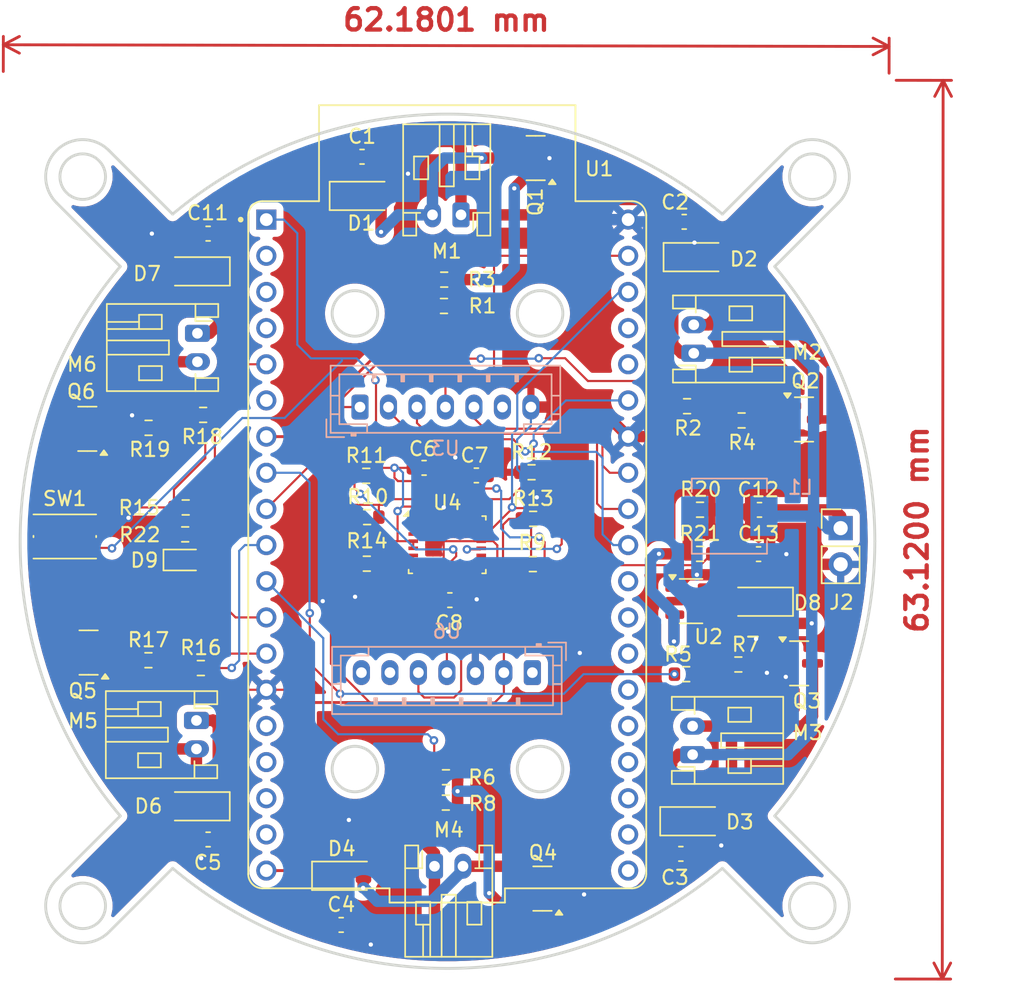
<source format=kicad_pcb>
(kicad_pcb (version 20240108) (generator "pcbnew") (generator_version "8.0")
  (layers (0 "F.Cu" signal) (31 "B.Cu" signal) (34 "B.Paste" user) (35 "F.Paste" user) (36 "B.SilkS" user "B.Silkscreen") (37 "F.SilkS" user "F.Silkscreen") (38 "B.Mask" user) (39 "F.Mask" user) (44 "Edge.Cuts" user))
  (net 0 "")
  (net 1 "GND")
  (net 2 "+BATT")
  (net 3 "+3V3")
  (net 4 "Net-(U4-CAP)")
  (net 5 "+5V")
  (net 6 "Net-(D1-A)")
  (net 7 "Net-(D2-A)")
  (net 8 "Net-(D3-A)")
  (net 9 "Net-(D4-A)")
  (net 10 "Net-(D6-A)")
  (net 11 "Net-(D7-A)")
  (net 12 "Net-(D8-A)")
  (net 13 "Net-(D9-A)")
  (net 14 "Net-(D9-K)")
  (net 15 "Net-(Q1-G)")
  (net 16 "Net-(Q2-G)")
  (net 17 "Net-(Q3-G)")
  (net 18 "Net-(Q4-G)")
  (net 19 "Net-(Q5-G)")
  (net 20 "Net-(Q6-G)")
  (net 21 "motor1")
  (net 22 "motor3")
  (net 23 "motor2")
  (net 24 "motor5")
  (net 25 "SCL")
  (net 26 "SDA")
  (net 27 "Net-(U4-~{RESET})")
  (net 28 "Net-(U4-COM3)")
  (net 29 "Net-(U4-PS0)")
  (net 30 "Net-(U4-PS1)")
  (net 31 "Net-(U1-IO34)")
  (net 32 "motor4")
  (net 33 "motor6")
  (net 34 "Net-(U2-FB)")
  (net 37 "SPI_MISO")
  (net 38 "SPI_MOSI")
  (net 43 "SPI_SCK")
  (net 48 "SPI_CS0")
  (footprint "Resistor_SMD:R_0603_1608Metric" (layer "F.Cu") (at 79.22 84.28)
    (property "Reference" "R19")
    (property "Value" "10kΩ")
  )
  (footprint "Capacitor_SMD:C_0603_1608Metric" (layer "F.Cu") (at 92.74 119.19)
    (property "Reference" "C4")
    (property "Value" "22uF")
  )
  (footprint "Resistor_SMD:R_0603_1608Metric" (layer "F.Cu") (at 99.97 73.87)
    (property "Reference" "R3")
    (property "Value" "10kΩ")
  )
  (footprint "Package_TO_SOT_SMD:SOT-23" (layer "F.Cu") (at 124.8875 100.82)
    (property "Reference" "Q3")
    (property "Value" "SQ2310CES")
  )
  (footprint "Resistor_SMD:R_0603_1608Metric" (layer "F.Cu") (at 94.56 90.55 180)
    (property "Reference" "R10")
    (property "Value" "10kΩ")
  )
  (footprint "Capacitor_SMD:C_0603_1608Metric" (layer "F.Cu") (at 116.82 69.81)
    (property "Reference" "C2")
    (property "Value" "22uF")
  )
  (footprint "Package_TO_SOT_SMD:SOT-23-6" (layer "F.Cu") (at 117.2975 96.45)
    (property "Reference" "U2")
    (property "Value" "MT3608")
  )
  (footprint "Resistor_SMD:R_0603_1608Metric" (layer "F.Cu") (at 100.095 108.82 180)
    (property "Reference" "R6")
    (property "Value" "100Ω")
  )
  (footprint "Connector_JST:JST_PH_S2B-PH-K_1x02_P2.00mm_Horizontal" (layer "F.Cu") (at 82.58 104.83 -90)
    (property "Reference" "M5")
    (property "Value" "Motor_DC")
  )
  (footprint "Connector_JST:JST_PH_S2B-PH-K_1x02_P2.00mm_Horizontal" (layer "F.Cu") (at 82.65 77.64 -90)
    (property "Reference" "M6")
    (property "Value" "Motor_DC")
  )
  (footprint "Connector_JST:JST_PH_S2B-PH-K_1x02_P2.00mm_Horizontal" (layer "F.Cu") (at 117.41 107.23 90)
    (property "Reference" "M3")
    (property "Value" "Motor_DC")
  )
  (footprint "Package_TO_SOT_SMD:SOT-23" (layer "F.Cu") (at 74.92 84.35 180)
    (property "Reference" "Q6")
    (property "Value" "SQ2310CES")
  )
  (footprint "Capacitor_SMD:C_0603_1608Metric" (layer "F.Cu") (at 116.585 114.2)
    (property "Reference" "C3")
    (property "Value" "22uF")
  )
  (footprint "Resistor_SMD:R_0603_1608Metric" (layer "F.Cu") (at 79.21 100.6)
    (property "Reference" "R17")
    (property "Value" "10kΩ")
  )
  (footprint "Resistor_SMD:R_0603_1608Metric" (layer "F.Cu") (at 116.96 101.58 180)
    (property "Reference" "R5")
    (property "Value" "100Ω")
  )
  (footprint "Capacitor_SMD:C_0603_1608Metric" (layer "F.Cu") (at 83.4 113.19 180)
    (property "Reference" "C5")
    (property "Value" "22uF")
  )
  (footprint "Diode_SMD:D_SOD-123F" (layer "F.Cu") (at 117.58 72.29)
    (property "Reference" "D2")
    (property "Value" "SS34")
  )
  (footprint "Resistor_SMD:R_0603_1608Metric" (layer "F.Cu") (at 120.62 100.9 180)
    (property "Reference" "R7")
    (property "Value" "10kΩ")
  )
  (footprint "Resistor_SMD:R_0603_1608Metric" (layer "F.Cu") (at 81.79 91.76 180)
    (property "Reference" "R22")
    (property "Value" "220Ω")
  )
  (footprint "Resistor_SMD:R_0603_1608Metric" (layer "F.Cu") (at 117.02 82.76 180)
    (property "Reference" "R2")
    (property "Value" "100Ω")
  )
  (footprint "Diode_SMD:D_0603_1608Metric" (layer "F.Cu") (at 81.75 93.56)
    (property "Reference" "D9")
    (property "Value" "LED")
  )
  (footprint "Resistor_SMD:R_0603_1608Metric" (layer "F.Cu") (at 120.85 83.76)
    (property "Reference" "R4")
    (property "Value" "10kΩ")
  )
  (footprint "Diode_SMD:D_SOD-123F" (layer "F.Cu") (at 122.2475 96.49 180)
    (property "Reference" "D8")
    (property "Value" "SS34")
  )
  (footprint "Resistor_SMD:R_0603_1608Metric" (layer "F.Cu") (at 81.825 89.87 180)
    (property "Reference" "R15")
    (property "Value" "5.1kΩ")
  )
  (footprint "Resistor_SMD:R_0603_1608Metric" (layer "F.Cu") (at 99.955 75.72 180)
    (property "Reference" "R1")
    (property "Value" "100Ω")
  )
  (footprint "Resistor_SMD:R_0603_1608Metric" (layer "F.Cu") (at 117.93 90.03 180)
    (property "Reference" "R20")
    (property "Value" "1kΩ")
  )
  (footprint "Connector_JST:JST_PH_S2B-PH-K_1x02_P2.00mm_Horizontal" (layer "F.Cu") (at 117.49 79.04 90)
    (property "Reference" "M2")
    (property "Value" "Motor_DC")
  )
  (footprint "Connector_JST:JST_PH_S2B-PH-K_1x02_P2.00mm_Horizontal" (layer "F.Cu") (at 101.15 69.32 180)
    (property "Reference" "M1")
    (property "Value" "Motor_DC")
  )
  (footprint "Package_TO_SOT_SMD:SOT-23" (layer "F.Cu") (at 75.01 100.0625 180)
    (property "Reference" "Q5")
    (property "Value" "SQ2310CES")
  )
  (footprint "Resistor_SMD:R_0603_1608Metric" (layer "F.Cu") (at 82.89 101.15)
    (property "Reference" "R16")
    (property "Value" "100Ω")
  )
  (footprint "Resistor_SMD:R_0603_1608Metric" (layer "F.Cu") (at 106.215 90.67)
    (property "Reference" "R13")
    (property "Value" "10kΩ")
  )
  (footprint "Diode_SMD:D_SOD-123F" (layer "F.Cu") (at 117.3425 111.91)
    (property "Reference" "D3")
    (property "Value" "SS34")
  )
  (footprint "Diode_SMD:D_SOD-123F" (layer "F.Cu") (at 94.14 67.99)
    (property "Reference" "D1")
    (property "Value" "SS34")
  )
  (footprint "Resistor_SMD:R_0603_1608Metric" (layer "F.Cu") (at 94.5 87.65)
    (property "Reference" "R11")
    (property "Value" "10kΩ")
  )
  (footprint "Resistor_SMD:R_0603_1608Metric" (layer "F.Cu") (at 100.085 110.6)
    (property "Reference" "R8")
    (property "Value" "10kΩ")
  )
  (footprint "Resistor_SMD:R_0603_1608Metric" (layer "F.Cu") (at 106.195 93.85)
    (property "Reference" "R9")
    (property "Value" "10kΩ")
  )
  (footprint "Connector_JST:JST_PH_S2B-PH-K_1x02_P2.00mm_Horizontal" (layer "F.Cu") (at 99.29 115.07)
    (property "Reference" "M4")
    (property "Value" "Motor_DC")
  )
  (footprint "Diode_SMD:D_SOD-123F" (layer "F.Cu") (at 82.7175 73.29 180)
    (property "Reference" "D7")
    (property "Value" "SS34")
  )
  (footprint "Connector_PinHeader_2.54mm:PinHeader_1x02_P2.54mm_Vertical" (layer "F.Cu") (at 127.8 91.325)
    (property "Reference" "J2")
    (property "Value" "Conn_01x02_Pin")
  )
  (footprint "Capacitor_SMD:C_0603_1608Metric" (layer "F.Cu") (at 122.105 90.04 180)
    (property "Reference" "C12")
    (property "Value" "22uF")
  )
  (footprint "Button_Switch_SMD:SW_Push_1P1T_NO_CK_KMR2" (layer "F.Cu") (at 73.34 91.91 180)
    (property "Reference" "SW1")
    (property "Value" "SW_Push")
  )
  (footprint "Resistor_SMD:R_0603_1608Metric" (layer "F.Cu") (at 94.54 93.82 180)
    (property "Reference" "R14")
    (property "Value" "10kΩ")
  )
  (footprint "Resistor_SMD:R_0603_1608Metric" (layer "F.Cu") (at 106.105 87.4)
    (property "Reference" "R12")
    (property "Value" "10kΩ")
  )
  (footprint "Resistor_SMD:R_0603_1608Metric" (layer "F.Cu") (at 83.05 83.37)
    (property "Reference" "R18")
    (property "Value" "100Ω")
  )
  (footprint "Package_TO_SOT_SMD:SOT-23" (layer "F.Cu") (at 106.3925 65.33 180)
    (property "Reference" "Q1")
    (property "Value" "SQ2310CES")
  )
  (footprint "Package_LGA:LGA-28_5.2x3.8mm_P0.5mm" (layer "F.Cu") (at 100.185 92.49)
    (property "Reference" "U4")
    (property "Value" "BNO055")
  )
  (footprint "ESP32-DEVKITC-32E:MODULE_ESP32-DEVKITC-32E" (layer "F.Cu") (at 100.185 92.49)
    (property "Reference" "U1")
    (property "Value" "ESP32-DEVKITC-32E")
  )
  (footprint "Capacitor_SMD:C_0603_1608Metric" (layer "F.Cu") (at 100.37 96.38)
    (property "Reference" "C8")
    (property "Value" "0.1uF")
  )
  (footprint "Capacitor_SMD:C_0603_1608Metric" (layer "F.Cu") (at 98.56 87.09 180)
    (property "Reference" "C6")
    (property "Value" "0.1uF")
  )
  (footprint "Package_TO_SOT_SMD:SOT-23" (layer "F.Cu") (at 106.87 116.64 180)
    (property "Reference" "Q4")
    (property "Value" "SQ2310CES")
  )
  (footprint "Capacitor_SMD:C_0603_1608Metric" (layer "F.Cu") (at 83.4 70.64 180)
    (property "Reference" "C11")
    (property "Value" "22uF")
  )
  (footprint "Capacitor_SMD:C_0603_1608Metric" (layer "F.Cu") (at 102.23 87.62 180)
    (property "Reference" "C7")
    (property "Value" "6.8nF")
  )
  (footprint "Capacitor_SMD:C_0603_1608Metric" (layer "F.Cu") (at 94.205 65.24)
    (property "Reference" "C1")
    (property "Value" "22uF")
  )
  (footprint "Diode_SMD:D_SOD-123F" (layer "F.Cu") (at 82.71 110.86 180)
    (property "Reference" "D6")
    (property "Value" "SS34")
  )
  (footprint "Resistor_SMD:R_0603_1608Metric" (layer "F.Cu") (at 117.93 93.13)
    (property "Reference" "R21")
    (property "Value" "7.5kΩ")
  )
  (footprint "Package_TO_SOT_SMD:SOT-23" (layer "F.Cu") (at 125.23 83.69)
    (property "Reference" "Q2")
    (property "Value" "SQ2310CES")
  )
  (footprint "Capacitor_SMD:C_0603_1608Metric" (layer "F.Cu") (at 122.04 93.15)
    (property "Reference" "C13")
    (property "Value" "22uF")
  )
  (footprint "Diode_SMD:D_SOD-123F" (layer "F.Cu") (at 92.9025 115.74)
    (property "Reference" "D4")
    (property "Value" "SS34")
  )
  (footprint "Connector_JST:JST_PH_B7B-PH-K_1x07_P2.00mm_Vertical" (layer "B.Cu") (at 106.16 101.47 180)
    (property "Reference" "U6")
    (property "Value" "VL53L1X")
  )
  (footprint "Inductor_SMD:L_Vishay_IHLP-2020" (layer "B.Cu") (at 119.99 90.48 180)
    (property "Reference" "L1")
    (property "Value" "22uH")
  )
  (footprint "Connector_JST:JST_PH_B7B-PH-K_1x07_P2.00mm_Vertical" (layer "B.Cu") (at 94.06 82.82)
    (property "Reference" "U3")
    (property "Value" "PMW3901")
  )
  (gr_circle (center 125.81 117.85) (end 127.41 117.85) (stroke (width 0.2)) (fill none) (layer "Edge.Cuts"))
  (gr_arc (start 72.75832 68.475275) (mid 72.758318 64.79832) (end 76.435273 64.79832) (stroke (width 0.2)) (layer "Edge.Cuts"))
  (gr_line (start 127.648477 116.011521) (end 123.175259 111.538304) (stroke (width 0.2)) (layer "Edge.Cuts"))
  (gr_line (start 72.758363 116.011562) (end 72.758321 116.01152) (stroke (width 0.2)) (layer "Edge.Cuts"))
  (gr_arc (start 123.175268 72.948484) (mid 128.391658 81.975873) (end 130.203398 92.243398) (stroke (width 0.2)) (layer "Edge.Cuts"))
  (gr_line (start 76.435274 64.798319) (end 80.90849 69.271535) (stroke (width 0.2)) (layer "Edge.Cuts"))
  (gr_arc (start 77.231536 111.538306) (mid 70.203398 92.243399) (end 77.231537 72.948492) (stroke (width 0.2)) (layer "Edge.Cuts"))
  (gr_arc (start 80.90849 69.271535) (mid 100.203399 62.243398) (end 119.498307 69.271535) (stroke (width 0.2)) (layer "Edge.Cuts"))
  (gr_circle (center 93.703398 108.243398) (end 95.303398 108.243398) (stroke (width 0.2)) (fill none) (layer "Edge.Cuts"))
  (gr_circle (center 74.596797 117.85) (end 76.196797 117.85) (stroke (width 0.2)) (fill none) (layer "Edge.Cuts"))
  (gr_line (start 76.435273 64.79832) (end 76.435274 64.798319) (stroke (width 0.2)) (layer "Edge.Cuts"))
  (gr_line (start 123.97152 64.798321) (end 119.498307 69.271535) (stroke (width 0.2)) (layer "Edge.Cuts"))
  (gr_circle (center 93.703398 76.243398) (end 95.303398 76.243398) (stroke (width 0.2)) (fill none) (layer "Edge.Cuts"))
  (gr_line (start 76.435276 119.688476) (end 80.908492 115.21526) (stroke (width 0.2)) (layer "Edge.Cuts"))
  (gr_circle (center 106.703398 76.243398) (end 108.303398 76.243398) (stroke (width 0.2)) (fill none) (layer "Edge.Cuts"))
  (gr_circle (center 125.81 66.636797) (end 127.41 66.636797) (stroke (width 0.2)) (fill none) (layer "Edge.Cuts"))
  (gr_line (start 127.635986 68.487766) (end 123.175268 72.948484) (stroke (width 0.2)) (layer "Edge.Cuts"))
  (gr_circle (center 106.703398 108.243398) (end 108.303398 108.243398) (stroke (width 0.2)) (fill none) (layer "Edge.Cuts"))
  (gr_line (start 72.75832 68.475275) (end 77.231537 72.948492) (stroke (width 0.2)) (layer "Edge.Cuts"))
  (gr_arc (start 76.435276 119.688476) (mid 72.758362 119.688476) (end 72.758363 116.011562) (stroke (width 0.2)) (layer "Edge.Cuts"))
  (gr_arc (start 123.97152 64.798321) (mid 127.654752 64.804576) (end 127.635986 68.487766) (stroke (width 0.2)) (layer "Edge.Cuts"))
  (gr_arc (start 127.648477 116.011521) (mid 127.648477 119.688477) (end 123.971521 119.688477) (stroke (width 0.2)) (layer "Edge.Cuts"))
  (gr_line (start 123.971521 119.688477) (end 119.498306 115.21526) (stroke (width 0.2)) (layer "Edge.Cuts"))
  (gr_line (start 72.758321 116.01152) (end 77.231536 111.538306) (stroke (width 0.2)) (layer "Edge.Cuts"))
  (gr_arc (start 130.203398 92.243398) (mid 128.391658 102.510922) (end 123.175259 111.538304) (stroke (width 0.2)) (layer "Edge.Cuts"))
  (gr_circle (center 74.596797 66.636797) (end 76.196797 66.636797) (stroke (width 0.2)) (fill none) (layer "Edge.Cuts"))
  (gr_arc (start 119.498306 115.21526) (mid 100.203399 122.243398) (end 80.908492 115.21526) (stroke (width 0.2)) (layer "Edge.Cuts"))
  (dimension (type aligned) (layer "F.Cu") (pts (xy 131.2 59.87) (xy 131.14 122.99)) (height -3.794711) (gr_text "63.1200 mm" (at 133.16471 91.431896 89.94553635) (layer "F.Cu") (effects (font (size 1.5 1.5) (thickness 0.3)))) (format (prefix "") (suffix "") (units 3) (units_format 1) (precision 4)) (style (thickness 0.2) (arrow_length 1.27) (text_position_mode 0) (extension_height 0.58642) (extension_offset 0.5) keep_text_aligned))
  (dimension (type aligned) (layer "F.Cu") (pts (xy 69.02 59.75) (xy 131.2 59.87)) (height -2.375192) (gr_text "62.1801 mm" (at 100.118058 55.634815 359.8894261) (layer "F.Cu") (effects (font (size 1.5 1.5) (thickness 0.3)))) (format (prefix "") (suffix "") (units 3) (units_format 1) (precision 4)) (style (thickness 0.2) (arrow_length 1.27) (text_position_mode 0) (extension_height 0.58642) (extension_offset 0.5) keep_text_aligned))
  (segment (start 125.775 93.865) (end 127.8 93.865) (width 0.8) (layer "F.Cu") (net 1))
  (segment (start 121.33 90.04) (end 121.33 90.52) (width 0.8) (layer "F.Cu") (net 1))
  (segment (start 99.945 92.24) (end 99.935 92.23) (width 0.15) (layer "F.Cu") (net 1))
  (segment (start 93.715 93.82) (end 93.715 96.145) (width 0.15) (layer "F.Cu") (net 1))
  (segment (start 121.445 100.9) (end 122.04 100.9) (width 0.8) (layer "F.Cu") (net 1))
  (segment (start 82.625 113.175) (end 82.63 113.17) (width 0.8) (layer "F.Cu") (net 1))
  (segment (start 117.54 69.865) (end 117.595 69.81) (width 0.8) (layer "F.Cu") (net 1))
  (segment (start 99.145 71.905) (end 99.75 71.3) (width 0.8) (layer "F.Cu") (net 1))
  (segment (start 120.025 85.205) (end 120.52 85.7) (width 0.8) (layer "F.Cu") (net 1))
  (segment (start 103.7 94.99) (end 103.7 92.53) (width 0.15) (layer "F.Cu") (net 1))
  (segment (start 107.33 64.38) (end 107.33 65.25) (width 0.8) (layer "F.Cu") (net 1))
  (segment (start 81.39 90.9) (end 78.11 90.9) (width 0.15) (layer "F.Cu") (net 1))
  (segment (start 97.43 65.76) (end 97.43 66.43) (width 0.8) (layer "F.Cu") (net 1))
  (segment (start 99.26 110.6) (end 101.25 112.59) (width 0.8) (layer "F.Cu") (net 1))
  (segment (start 116.16 96.45) (end 116.822499 96.45) (width 0.15) (layer "F.Cu") (net 1))
  (segment (start 97.65 111.24) (end 98.29 110.6) (width 0.8) (layer "F.Cu") (net 1))
  (segment (start 77.53 83.4) (end 78.06 83.4) (width 0.8) (layer "F.Cu") (net 1))
  (segment (start 99.935 91.925) (end 99.75 91.74) (width 0.15) (layer "F.Cu") (net 1))
  (segment (start 79.45 70.64) (end 82.625 70.64) (width 0.8) (layer "F.Cu") (net 1))
  (segment (start 122.625 101.485) (end 122.91 101.77) (width 0.8) (layer "F.Cu") (net 1))
  (segment (start 112.885 69.655) (end 110.415 69.655) (width 0.8) (layer "F.Cu") (net 1))
  (segment (start 78.06 83.4) (end 78.395 83.735) (width 0.8) (layer "F.Cu") (net 1))
  (segment (start 82.65 89.87) (end 82.42 89.87) (width 0.15) (layer "F.Cu") (net 1))
  (segment (start 125.75 93.89) (end 125.775 93.865) (width 0.8) (layer "F.Cu") (net 1))
  (segment (start 100.75 86.36) (end 102.84 86.36) (width 0.15) (layer "F.Cu") (net 1))
  (segment (start 101.145 95.545) (end 101.145 96.38) (width 0.15) (layer "F.Cu") (net 1))
  (segment (start 110.81 82.82) (end 112.885 84.895) (width 0.8) (layer "F.Cu") (net 1))
  (segment (start 83.545 102.675) (end 82.89 102.02) (width 0.15) (layer "F.Cu") (net 1))
  (segment (start 93.28 111.82) (end 93.86 111.24) (width 0.8) (layer "F.Cu") (net 1))
  (segment (start 97.43 73.2) (end 98.1 73.87) (width 0.8) (layer "F.Cu") (net 1))
  (segment (start 122.815 92.005) (end 122.815 93.15) (width 0.8) (layer "F.Cu") (net 1))
  (segment (start 94.82 120.57) (end 94.82 119.24) (width 0.8) (layer "F.Cu") (net 1))
  (segment (start 82.625 113.19) (end 82.625 114.225) (width 0.8) (layer "F.Cu") (net 1))
  (segment (start 120.52 85.7) (end 120.52 90.03) (width 0.8) (layer "F.Cu") (net 1))
  (segment (start 117.37 114.2) (end 117.38 114.21) (width 0.8) (layer "F.Cu") (net 1))
  (segment (start 98.1 73.87) (end 99.145 73.87) (width 0.8) (layer "F.Cu") (net 1))
  (segment (start 118.84 99.1) (end 121.86 99.1) (width 0.15) (layer "F.Cu") (net 1))
  (segment (start 117.36 114.2) (end 117.37 114.2) (width 0.8) (layer "F.Cu") (net 1))
  (segment (start 77.9325 99.1125) (end 78.385 99.565) (width 0.8) (layer "F.Cu") (net 1))
  (segment (start 75.8575 83.4) (end 77.53 83.4) (width 0.8) (layer "F.Cu") (net 1))
  (segment (start 99.335 86.585) (end 99.56 86.36) (width 0.15) (layer "F.Cu") (net 1))
  (segment (start 124.36 85.37) (end 124.2925 85.3025) (width 0.8) (layer "F.Cu") (net 1))
  (segment (start 99.935 94.1525) (end 99.935 92.23) (width 0.15) (layer "F.Cu") (net 1))
  (segment (start 81.82 98.56) (end 81.2675 99.1125) (width 0.15) (layer "F.Cu") (net 1))
  (segment (start 117.4975 97.7575) (end 118.84 99.1) (width 0.15) (layer "F.Cu") (net 1))
  (segment (start 109.49 111.655) (end 107.8075 113.3375) (width 0.15) (layer "F.Cu") (net 1))
  (segment (start 96.12 98.55) (end 100.25 98.55) (width 0.15) (layer "F.Cu") (net 1))
  (segment (start 108.43 115.69) (end 109.79 117.05) (width 0.8) (layer "F.Cu") (net 1))
  (segment (start 89.37 97.41) (end 89.37 102.11) (width 0.15) (layer "F.Cu") (net 1))
  (segment (start 102.31 96.38) (end 101.145 96.38) (width 0.15) (layer "F.Cu") (net 1))
  (segment (start 78.395 83.735) (end 78.395 84.28) (width 0.8) (layer "F.Cu") (net 1))
  (segment (start 124.2925 85.3025) (end 124.2925 84.64) (width 0.8) (layer "F.Cu") (net 1))
  (segment (start 93.86 111.24) (end 97.65 111.24) (width 0.8) (layer "F.Cu") (net 1))
  (segment (start 114.98 96.45) (end 114.69 96.16) (width 0.15) (layer "F.Cu") (net 1))
  (segment (start 88.805 102.675) (end 87.485 102.675) (width 0.15) (layer "F.Cu") (net 1))
  (segment (start 116.822499 96.45) (end 117.4975 97.125001) (width 0.15) (layer "F.Cu") (net 1))
  (segment (start 120.52 85.7) (end 124.03 85.7) (width 0.8) (layer "F.Cu") (net 1))
  (segment (start 120.52 90.03) (end 121.32 90.03) (width 0.8) (layer "F.Cu") (net 1))
  (segment (start 107.06 112.59) (end 107.8075 113.3375) (width 0.8) (layer "F.Cu") (net 1))
  (segment (start 78.11 90.9) (end 77.81 90.6) (width 0.15) (layer "F.Cu") (net 1))
  (segment (start 104.18 87.4) (end 105.28 87.4) (width 0.15) (layer "F.Cu") (net 1))
  (segment (start 103.03 86.55) (end 103.005 86.575) (width 0.15) (layer "F.Cu") (net 1))
  (segment (start 82.64 70.64) (end 82.65 70.65) (width 0.8) (layer "F.Cu") (net 1))
  (segment (start 103.96 87.62) (end 104.18 87.4) (width 0.15) (layer "F.Cu") (net 1))
  (segment (start 109.49 100.09) (end 109.49 111.655) (width 0.15) (layer "F.Cu") (net 1))
  (segment (start 120.025 83.76) (end 120.025 85.205) (width 0.8) (layer "F.Cu") (net 1))
  (segment (start 94.82 119.24) (end 94.71 119.13) (width 0.8) (layer "F.Cu") (net 1))
  (segment (start 82.625 114.225) (end 82.91 114.51) (width 0.8) (layer "F.Cu") (net 1))
  (segment (start 117.36 114.2) (end 118.83 114.2) (width 0.8) (layer "F.Cu") (net 1))
  (segment (start 99.935 90.8275) (end 99.935 89.87) (width 0.15) (layer "F.Cu") (net 1))
  (segment (start 100.13 95.24) (end 100.84 95.24) (width 0.15) (layer "F.Cu") (net 1))
  (segment (start 94.71 119.13) (end 94.65 119.19) (width 0.8) (layer "F.Cu") (net 1))
  (segment (start 103.005 86.575) (end 103.005 87.62) (width 0.15) (layer "F.Cu") (net 1))
  (segment (start 121.33 90.52) (end 122.815 92.005) (width 0.8) (layer "F.Cu") (net 1))
  (segment (start 82.615 91.76) (end 82.08 91.76) (width 0.15) (layer "F.Cu") (net 1))
  (segment (start 96.91 65.24) (end 97.43 65.76) (width 0.8) (layer "F.Cu") (net 1))
  (segment (start 102.16 101.47) (end 102.16 99.49) (width 0.15) (layer "F.Cu") (net 1))
  (segment (start 112.885 84.895) (end 119.715 84.895) (width 0.8) (layer "F.Cu") (net 1))
  (segment (start 122.04 100.9) (end 122.625 101.485) (width 0.8) (layer "F.Cu") (net 1))
  (segment (start 94.98 65.24) (end 96.91 65.24) (width 0.8) (layer "F.Cu") (net 1))
  (segment (start 82.08 91.76) (end 81.82 92.02) (width 0.15) (layer "F.Cu") (net 1))
  (segment (start 99.935 91.545) (end 99.935 90.8275) (width 0.15) (layer "F.Cu") (net 1))
  (segment (start 119.715 84.895) (end 120.025 85.205) (width 0.8) (layer "F.Cu") (net 1))
  (segment (start 100.84 95.24) (end 101.145 95.545) (width 0.15) (layer "F.Cu") (net 1))
  (segment (start 122.815 93.15) (end 123.99 93.15) (width 0.8) (layer "F.Cu") (net 1))
  (segment (start 81.82 92.02) (end 81.82 98.56) (width 0.15) (layer "F.Cu") (net 1))
  (segment (start 90.33 96.45) (end 89.37 97.41) (width 0.15) (layer "F.Cu") (net 1))
  (segment (start 99.56 86.36) (end 100.75 86.36) (width 0.15) (layer "F.Cu") (net 1))
  (segment (start 82.89 102.02) (end 82.89 99.63) (width 0.15) (layer "F.Cu") (net 1))
  (segment (start 82.42 89.87) (end 81.39 90.9) (width 0.15) (layer "F.Cu") (net 1))
  (segment (start 118.755 90.03) (end 120.52 90.03) (width 0.8) (layer "F.Cu") (net 1))
  (segment (start 82.89 99.63) (end 81.82 98.56) (width 0.15) (layer "F.Cu") (net 1))
  (segment (start 124.03 85.7) (end 124.36 85.37) (width 0.8) (layer "F.Cu") (net 1))
  (segment (start 94.65 119.19) (end 93.515 119.19) (width 0.8) (layer "F.Cu") (net 1))
  (segment (start 99.935 89.87) (end 99.94 89.865) (width 0.15) (layer "F.Cu") (net 1))
  (segment (start 99.935 94.1525) (end 99.935 95.045) (width 0.15) (layer "F.Cu") (net 1))
  (segment (start 82.625 70.64) (end 82.64 70.64) (width 0.8) (layer "F.Cu") (net 1))
  (segment (start 103.005 87.62) (end 103.96 87.62) (width 0.15) (layer "F.Cu") (net 1))
  (segment (start 100.25 98.55) (end 100.25 98.585) (width 0.15) (layer "F.Cu") (net 1))
  (segment (start 82.65 89.87) (end 82.65 91.725) (width 0.15) (layer "F.Cu") (net 1))
  (segment (start 81.2675 99.1125) (end 77.9325 99.1125) (width 0.15) (layer "F.Cu") (net 1))
  (segment (start 89.37 102.11) (end 88.805 102.675) (width 0.15) (layer "F.Cu") (net 1))
  (segment (start 107.33 65.25) (end 107.36 65.28) (width 0.8) (layer "F.Cu") (net 1))
  (segment (start 102.5725 92.24) (end 99.945 92.24) (width 0.15) (layer "F.Cu") (net 1))
  (segment (start 123.99 93.15) (end 125.01 93.15) (width 0.8) (layer "F.Cu") (net 1))
  (segment (start 99.935 95.045) (end 100.13 95.24) (width 0.15) (layer "F.Cu") (net 1))
  (segment (start 102.84 86.36) (end 103.03 86.55) (width 0.15) (layer "F.Cu") (net 1))
  (segment (start 82.625 113.19) (end 82.625 113.175) (width 0.8) (layer "F.Cu") (net 1))
  (segment (start 107.04 90.67) (end 107.04 89.73) (width 0.2) (layer "F.Cu") (net 1))
  (segment (start 110.415 69.655) (end 108.77 71.3) (width 0.8) (layer "F.Cu") (net 1))
  (segment (start 91.445 96.45) (end 90.33 96.45) (width 0.15) (layer "F.Cu") (net 1))
  (segment (start 75.9475 99.1125) (end 77.9325 99.1125) (width 0.8) (layer "F.Cu") (net 1))
  (segment (start 97.43 66.43) (end 97.43 73.2) (width 0.8) (layer "F.Cu") (net 1))
  (segment (start 99.75 71.3) (end 108.77 71.3) (width 0.8) (layer "F.Cu") (net 1))
  (segment (start 118.83 114.2) (end 119.42 113.61) (width 0.8) (layer "F.Cu") (net 1))
  (segment (start 99.935 92.23) (end 99.935 91.925) (width 0.15) (layer "F.Cu") (net 1))
  (segment (start 116.16 96.45) (end 114.98 96.45) (width 0.15) (layer "F.Cu") (net 1))
  (segment (start 93.715 96.145) (end 96.12 98.55) (width 0.15) (layer "F.Cu") (net 1))
  (segment (start 103.7 94.99) (end 102.31 96.38) (width 0.15) (layer "F.Cu") (net 1))
  (segment (start 122.91 101.77) (end 123.95 101.77) (width 0.8) (layer "F.Cu") (net 1))
  (segment (start 102.16 99.49) (end 102.4 99.25) (width 0.15) (layer "F.Cu") (net 1))
  (segment (start 125.01 93.15) (end 125.75 93.89) (width 0.8) (layer "F.Cu") (net 1))
  (segment (start 103.7 92.53) (end 103.41 92.24) (width 0.15) (layer "F.Cu") (net 1))
  (segment (start 99.335 87.09) (end 99.335 86.585) (width 0.15) (layer "F.Cu") (net 1))
  (segment (start 101.25 112.59) (end 107.06 112.59) (width 0.8) (layer "F.Cu") (net 1))
  (segment (start 99.145 73.87) (end 99.145 71.905) (width 0.8) (layer "F.Cu") (net 1))
  (segment (start 99.75 91.74) (end 99.94 91.55) (width 0.15) (layer "F.Cu") (net 1))
  (segment (start 98.29 110.6) (end 99.26 110.6) (width 0.8) (layer "F.Cu") (net 1))
  (segment (start 117.4975 97.125001) (end 117.4975 97.7575) (width 0.15) (layer "F.Cu") (net 1))
  (segment (start 107.8075 113.3375) (end 107.8075 115.69) (width 0.8) (layer "F.Cu") (net 1))
  (segment (start 87.485 102.675) (end 83.545 102.675) (width 0.15) (layer "F.Cu") (net 1))
  (segment (start 106.06 82.82) (end 110.81 82.82) (width 0.8) (layer "F.Cu") (net 1))
  (segment (start 78.385 99.565) (end 78.385 100.6) (width 0.8) (layer "F.Cu") (net 1))
  (segment (start 97.7975 91.74) (end 99.75 91.74) (width 0.15) (layer "F.Cu") (net 1))
  (segment (start 103.41 92.24) (end 102.5725 92.24) (width 0.15) (layer "F.Cu") (net 1))
  (segment (start 121.32 90.03) (end 121.33 90.04) (width 0.8) (layer "F.Cu") (net 1))
  (segment (start 107.04 89.73) (end 106.47 89.16) (width 0.2) (layer "F.Cu") (net 1))
  (segment (start 99.94 91.55) (end 99.935 91.545) (width 0.15) (layer "F.Cu") (net 1))
  (segment (start 82.65 91.725) (end 82.615 91.76) (width 0.15) (layer "F.Cu") (net 1))
  (segment (start 117.54 71.27) (end 117.54 69.865) (width 0.8) (layer "F.Cu") (net 1))
  (segment (start 107.8075 115.69) (end 108.43 115.69) (width 0.8) (layer "F.Cu") (net 1))
  (via (at 102.253413 96.323413) (size 0.6) (drill 0.3) (layers "F.Cu" "B.Cu") (net 1))
  (via (at 121.86 99.1) (size 0.6) (drill 0.3) (layers "F.Cu" "B.Cu") (net 1))
  (via (at 77.81 90.6) (size 0.6) (drill 0.3) (layers "F.Cu" "B.Cu") (net 1))
  (via (at 107.36 65.34) (size 0.6) (drill 0.3) (layers "F.Cu" "B.Cu") (net 1))
  (via (at 106.47 89.16) (size 0.6) (drill 0.3) (layers "F.Cu" "B.Cu") (net 1))
  (via (at 117.54 71.27) (size 0.6) (drill 0.3) (layers "F.Cu" "B.Cu") (net 1))
  (via (at 122.625 101.485) (size 0.6) (drill 0.3) (layers "F.Cu" "B.Cu") (net 1))
  (via (at 100.75 86.36) (size 0.6) (drill 0.3) (layers "F.Cu" "B.Cu") (net 1))
  (via (at 109.79 117.05) (size 0.6) (drill 0.3) (layers "F.Cu" "B.Cu") (net 1))
  (via (at 123.95 101.77) (size 0.6) (drill 0.3) (layers "F.Cu" "B.Cu") (net 1))
  (via (at 93.28 111.82) (size 0.6) (drill 0.3) (layers "F.Cu" "B.Cu") (net 1))
  (via (at 97.43 66.43) (size 0.6) (drill 0.3) (layers "F.Cu" "B.Cu") (net 1))
  (via (at 94.82 120.57) (size 0.6) (drill 0.3) (layers "F.Cu" "B.Cu") (net 1))
  (via (at 99.94 89.865) (size 0.6) (drill 0.3) (layers "F.Cu" "B.Cu") (net 1))
  (via (at 93.715 96.145) (size 0.6) (drill 0.3) (layers "F.Cu" "B.Cu") (net 1))
  (via (at 123.99 93.15) (size 0.6) (drill 0.3) (layers "F.Cu" "B.Cu") (net 1))
  (via (at 91.445 96.45) (size 0.6) (drill 0.3) (layers "F.Cu" "B.Cu") (net 1))
  (via (at 109.49 100.09) (size 0.6) (drill 0.3) (layers "F.Cu" "B.Cu") (net 1))
  (via (at 79.45 70.64) (size 0.6) (drill 0.3) (layers "F.Cu" "B.Cu") (net 1))
  (via (at 119.42 113.61) (size 0.6) (drill 0.3) (layers "F.Cu" "B.Cu") (net 1))
  (via (at 82.91 114.51) (size 0.6) (drill 0.3) (layers "F.Cu" "B.Cu") (net 1))
  (via (at 78.06 83.4) (size 0.6) (drill 0.3) (layers "F.Cu" "B.Cu") (net 1))
  (via (at 100.25 98.585) (size 0.6) (drill 0.3) (layers "F.Cu" "B.Cu") (net 1))
  (segment (start 77.81 83.65) (end 78.06 83.4) (width 0.15) (layer "B.Cu") (net 1))
  (segment (start 102.72 99.24) (end 102.72 98.55) (width 0.15) (layer "B.Cu") (net 1))
  (segment (start 117.79 115.24) (end 119.42 113.61) (width 0.8) (layer "B.Cu") (net 1))
  (segment (start 79.46 70.65) (end 79.45 70.64) (width 0.8) (layer "B.Cu") (net 1))
  (segment (start 107.33 69.19) (end 107.795 69.655) (width 0.8) (layer "B.Cu") (net 1))
  (segment (start 102.72 99.24) (end 102.53 99.24) (width 0.15) (layer "B.Cu") (net 1))
  (segment (start 105.088763 87.178736) (end 105.088763 85.101237) (width 0.15) (layer "B.Cu") (net 1))
  (segment (start 114.54 117.05) (end 116.35 115.24) (width 0.8) (layer "B.Cu") (net 1))
  (segment (start 99.94 87.7) (end 100.126592 87.513408) (width 0.15) (layer "B.Cu") (net 1))
  (segment (start 93.28 111.82) (end 93.28 117.02) (width 0.8) (layer "B.Cu") (net 1))
  (segment (start 106.06 84.13) (end 106.06 82.82) (width 0.15) (layer "B.Cu") (net 1))
  (segment (start 107.86 115.69) (end 107.8075 115.69) (width 0.8) (layer "B.Cu") (net 1))
  (segment (start 102.72 96.79) (end 102.253413 96.323413) (width 0.15) (layer "B.Cu") (net 1))
  (segment (start 123.95 101.77) (end 123.95 93.19) (width 0.8) (layer "B.Cu") (net 1))
  (segment (start 93.28 118.955) (end 93.515 119.19) (width 0.8) (layer "B.Cu") (net 1))
  (segment (start 77.81 90.6) (end 77.81 83.65) (width 0.15) (layer "B.Cu") (net 1))
  (segment (start 116.08 69.81) (end 117.54 71.27) (width 0.8) (layer "B.Cu") (net 1))
  (segment (start 109.22 117.05) (end 107.86 115.69) (width 0.8) (layer "B.Cu") (net 1))
  (segment (start 93.41 96.45) (end 91.445 96.45) (width 0.15) (layer "B.Cu") (net 1))
  (segment (start 100.25 98.585) (end 102.685 98.585) (width 0.15) (layer "B.Cu") (net 1))
  (segment (start 107.33 65.37) (end 107.36 65.34) (width 0.8) (layer "B.Cu") (net 1))
  (segment (start 121.86 99.1) (end 122.625 99.865) (width 0.15) (layer "B.Cu") (net 1))
  (segment (start 107.795 69.655) (end 112.885 69.655) (width 0.8) (layer "B.Cu") (net 1))
  (segment (start 114.54 83.24) (end 112.885 84.895) (width 0.8) (layer "B.Cu") (net 1))
  (segment (start 93.28 117.02) (end 93.28 119.03) (width 0.8) (layer "B.Cu") (net 1))
  (segment (start 114.54 69.81) (end 114.54 83.24) (width 0.8) (layer "B.Cu") (net 1))
  (segment (start 102.72 98.55) (end 102.72 96.79) (width 0.15) (layer "B.Cu") (net 1))
  (segment (start 106.95 89.64) (end 106.95 90.58) (width 0.15) (layer "B.Cu") (net 1))
  (segment (start 106.47 89.16) (end 106.95 89.64) (width 0.15) (layer "B.Cu") (net 1))
  (segment (start 109.79 117.05) (end 109.22 117.05) (width 0.8) (layer "B.Cu") (net 1))
  (segment (start 122.625 99.865) (end 122.625 101.485) (width 0.15) (layer "B.Cu") (net 1))
  (segment (start 123.95 93.19) (end 123.99 93.15) (width 0.8) (layer "B.Cu") (net 1))
  (segment (start 86.87 66.43) (end 97.43 66.43) (width 0.8) (layer "B.Cu") (net 1))
  (segment (start 105.310027 87.4) (end 105.088763 87.178736) (width 0.15) (layer "B.Cu") (net 1))
  (segment (start 102.685 98.585) (end 102.72 98.55) (width 0.15) (layer "B.Cu") (net 1))
  (segment (start 102.16 99.61) (end 102.16 101.47) (width 0.15) (layer "B.Cu") (net 1))
  (segment (start 116.35 115.24) (end 117.79 115.24) (width 0.8) (layer "B.Cu") (net 1))
  (segment (start 102.72 99.24) (end 108.64 99.24) (width 0.15) (layer "B.Cu") (net 1))
  (segment (start 105.310027 88.000027) (end 106.47 89.16) (width 0.15) (layer "B.Cu") (net 1))
  (segment (start 100.126592 87.513408) (end 100.126592 86.983408) (width 0.15) (layer "B.Cu") (net 1))
  (segment (start 82.65 70.65) (end 79.46 70.65) (width 0.8) (layer "B.Cu") (net 1))
  (segment (start 107.33 69.19) (end 107.33 65.37) (width 0.8) (layer "B.Cu") (net 1))
  (segment (start 102.53 99.24) (end 102.16 99.61) (width 0.15) (layer "B.Cu") (net 1))
  (segment (start 82.91 114.51) (end 85.42 117.02) (width 0.8) (layer "B.Cu") (net 1))
  (segment (start 108.64 99.24) (end 109.49 100.09) (width 0.15) (layer "B.Cu") (net 1))
  (segment (start 105.310027 87.4) (end 105.310027 88.000027) (width 0.15) (layer "B.Cu") (net 1))
  (segment (start 114.54 69.81) (end 116.08 69.81) (width 0.8) (layer "B.Cu") (net 1))
  (segment (start 114.54 69.81) (end 113.04 69.81) (width 0.8) (layer "B.Cu") (net 1))
  (segment (start 114.54 117.05) (end 109.79 117.05) (width 0.8) (layer "B.Cu") (net 1))
  (segment (start 100.126592 86.983408) (end 100.75 86.36) (width 0.15) (layer "B.Cu") (net 1))
  (segment (start 93.715 96.145) (end 93.41 96.45) (width 0.15) (layer "B.Cu") (net 1))
  (segment (start 99.94 89.865) (end 99.94 87.7) (width 0.15) (layer "B.Cu") (net 1))
  (segment (start 85.42 117.02) (end 93.28 117.02) (width 0.8) (layer "B.Cu") (net 1))
  (segment (start 113.04 69.81) (end 112.885 69.655) (width 0.8) (layer "B.Cu") (net 1))
  (segment (start 82.65 70.65) (end 86.87 66.43) (width 0.8) (layer "B.Cu") (net 1))
  (segment (start 93.28 119.03) (end 94.82 120.57) (width 0.8) (layer "B.Cu") (net 1))
  (segment (start 105.088763 85.101237) (end 106.06 84.13) (width 0.15) (layer "B.Cu") (net 1))
  (segment (start 84.11 110.86) (end 84.11 105.17) (width 0.8) (layer "F.Cu") (net 2))
  (segment (start 115.81 114.2) (end 115.81 114.675) (width 0.8) (layer "F.Cu") (net 2))
  (segment (start 115.9425 111.91) (end 115.9425 107.6875) (width 0.8) (layer "F.Cu") (net 2))
  (segment (start 82.65 77.64) (end 83.51 77.64) (width 0.8) (layer "F.Cu") (net 2))
  (segment (start 116.045 68.855) (end 115.43 68.24) (width 0.8) (layer "F.Cu") (net 2))
  (segment (start 91.5025 114.1175) (end 91.5025 115.74) (width 0.8) (layer "F.Cu") (net 2))
  (segment (start 115.43 68.24) (end 107.6 68.24) (width 0.8) (layer "F.Cu") (net 2))
  (segment (start 84.1175 77.0325) (end 84.1175 73.29) (width 0.8) (layer "F.Cu") (net 2))
  (segment (start 85.19 67.97) (end 85.21 67.99) (width 0.8) (layer "F.Cu") (net 2))
  (segment (start 91.5025 115.74) (end 91.5025 117.1625) (width 0.8) (layer "F.Cu") (net 2))
  (segment (start 83.74 104.8) (end 83.71 104.83) (width 0.8) (layer "F.Cu") (net 2))
  (segment (start 100.07 119.45) (end 99.29 118.67) (width 0.8) (layer "F.Cu") (net 2))
  (segment (start 108.97 119.45) (end 100.07 119.45) (width 0.8) (layer "F.Cu") (net 2))
  (segment (start 127.8 90.48) (end 127.8 91.325) (width 0.8) (layer "F.Cu") (net 2))
  (segment (start 100.635 64.165) (end 101.15 64.68) (width 0.8) (layer "F.Cu") (net 2))
  (segment (start 85.21 67.99) (end 92.74 67.99) (width 0.8) (layer "F.Cu") (net 2))
  (segment (start 84.175 115.905) (end 85.43 117.16) (width 0.8) (layer "F.Cu") (net 2))
  (segment (start 116.045 69.81) (end 116.045 68.855) (width 0.8) (layer "F.Cu") (net 2))
  (segment (start 99.29 118.67) (end 99.29 115.07) (width 0.8) (layer "F.Cu") (net 2))
  (segment (start 117.49 79.04) (end 116.63 79.04) (width 0.8) (layer "F.Cu") (net 2))
  (segment (start 84.175 113.19) (end 84.175 115.905) (width 0.8) (layer "F.Cu") (net 2))
  (segment (start 116.63 79.04) (end 116.015 78.425) (width 0.8) (layer "F.Cu") (net 2))
  (segment (start 84.175 112.125) (end 84.175 113.19) (width 0.8) (layer "F.Cu") (net 2))
  (segment (start 106.52 69.32) (end 101.15 69.32) (width 0.8) (layer "F.Cu") (net 2))
  (segment (start 99.29 114.16) (end 98.36 113.23) (width 0.8) (layer "F.Cu") (net 2))
  (segment (start 107.6 68.24) (end 106.52 69.32) (width 0.8) (layer "F.Cu") (net 2))
  (segment (start 92.74 67.99) (end 93.1 67.99) (width 0.8) (layer "F.Cu") (net 2))
  (segment (start 116.015 78.425) (end 116.015 72.455) (width 0.8) (layer "F.Cu") (net 2))
  (segment (start 85.43 117.16) (end 85.86 117.16) (width 0.8) (layer "F.Cu") (net 2))
  (segment (start 84.1175 70.6975) (end 84.175 70.64) (width 0.8) (layer "F.Cu") (net 2))
  (segment (start 116.18 72.29) (end 116.18 69.945) (width 0.8) (layer "F.Cu") (net 2))
  (segment (start 116.015 72.455) (end 116.18 72.29) (width 0.8) (layer "F.Cu") (net 2))
  (segment (start 93.43 64.94) (end 94.205 64.165) (width 0.8) (layer "F.Cu") (net 2))
  (segment (start 115.81 114.675) (end 112.525 117.96) (width 0.8) (layer "F.Cu") (net 2))
  (segment (start 122.88 90.04) (end 127.36 90.04) (width 0.8) (layer "F.Cu") (net 2))
  (segment (start 84.11 111.99) (end 84.21 112.09) (width 0.8) (layer "F.Cu") (net 2))
  (segment (start 93.43 65.24) (end 93.43 64.94) (width 0.8) (layer "F.Cu") (net 2))
  (segment (start 84.1175 73.29) (end 84.1175 70.6975) (width 0.8) (layer "F.Cu") (net 2))
  (segment (start 115.81 112.0425) (end 115.9425 111.91) (width 0.8) (layer "F.Cu") (net 2))
  (segment (start 83.51 77.64) (end 84.1175 77.0325) (width 0.8) (layer "F.Cu") (net 2))
  (segment (start 116.46 107.23) (end 117.41 107.23) (width 0.8) (layer "F.Cu") (net 2))
  (segment (start 85.86 117.16) (end 85.8625 117.1625) (width 0.8) (layer "F.Cu") (net 2))
  (segment (start 115.81 114.2) (end 115.81 112.0425) (width 0.8) (layer "F.Cu") (net 2))
  (segment (start 116.43 107.2) (end 116.46 107.23) (width 0.8) (layer "F.Cu") (net 2))
  (segment (start 91.965 117.625) (end 91.965 119.19) (width 0.8) (layer "F.Cu") (net 2))
  (segment (start 93.43 67.66) (end 93.43 65.24) (width 0.8) (layer "F.Cu") (net 2))
  (segment (start 92.39 113.23) (end 91.5025 114.1175) (width 0.8) (layer "F.Cu") (net 2))
  (segment (start 84.175 68.985) (end 85.19 67.97) (width 0.8) (layer "F.Cu") (net 2))
  (segment (start 94.205 64.165) (end 100.635 64.165) (width 0.8) (layer "F.Cu") (net 2))
  (segment (start 112.525 117.96) (end 110.46 117.96) (width 0.8) (layer "F.Cu") (net 2))
  (segment (start 116.18 69.945) (end 116.045 69.81) (width 0.8) (layer "F.Cu") (net 2))
  (segment (start 118.435 97.4) (end 119.045 98.01) (width 0.8) (layer "F.Cu") (net 2))
  (segment (start 127.36 90.04) (end 127.8 90.48) (width 0.8) (layer "F.Cu") (net 2))
  (segment (start 115.9425 107.6875) (end 116.43 107.2) (width 0.8) (layer "F.Cu") (net 2))
  (segment (start 119.045 98.01) (end 125.77 98.01) (width 0.8) (layer "F.Cu") (net 2))
  (segment (start 84.11 110.86) (end 84.11 111.99) (width 0.8) (layer "F.Cu") (net 2))
  (segment (start 110.46 117.96) (end 108.97 119.45) (width 0.8) (layer "F.Cu") (net 2))
  (segment (start 85.8625 117.1625) (end 91.5025 117.1625) (width 0.8) (layer "F.Cu") (net 2))
  (segment (start 84.175 70.64) (end 84.175 68.985) (width 0.8) (layer "F.Cu") (net 2))
  (segment (start 84.11 105.17) (end 83.74 104.8) (width 0.8) (layer "F.Cu") (net 2))
  (segment (start 99.29 115.07) (end 99.29 114.16) (width 0.8) (layer "F.Cu") (net 2))
  (segment (start 118.435 96.45) (end 118.435 97.4) (width 0.8) (layer "F.Cu") (net 2))
  (segment (start 101.15 64.68) (end 101.15 69.32) (width 0.8) (layer "F.Cu") (net 2))
  (segment (start 91.5025 117.1625) (end 91.965 117.625) (width 0.8) (layer "F.Cu") (net 2))
  (segment (start 83.71 104.83) (end 82.58 104.83) (width 0.8) (layer "F.Cu") (net 2))
  (segment (start 93.1 67.99) (end 93.43 67.66) (width 0.8) (layer "F.Cu") (net 2))
  (segment (start 98.36 113.23) (end 92.39 113.23) (width 0.8) (layer "F.Cu") (net 2))
  (segment (start 84.21 112.09) (end 84.175 112.125) (width 0.8) (layer "F.Cu") (net 2))
  (via (at 125.77 98.01) (size 0.6) (drill 0.3) (layers "F.Cu" "B.Cu") (net 2))
  (segment (start 125.77 105.58) (end 124.12 107.23) (width 0.8) (layer "B.Cu") (net 2))
  (segment (start 122.4165 90.48) (end 125.77 90.48) (width 0.8) (layer "B.Cu") (net 2))
  (segment (start 124.91 79.04) (end 125.9 80.03) (width 0.8) (layer "B.Cu") (net 2))
  (segment (start 125.77 98.01) (end 125.77 105.58) (width 0.8) (layer "B.Cu") (net 2))
  (segment (start 126.965 91.325) (end 127.8 91.325) (width 0.8) (layer "B.Cu") (net 2))
  (segment (start 125.9 90.35) (end 126.92 91.37) (width 0.8) (layer "B.Cu") (net 2))
  (segment (start 117.49 79.04) (end 124.91 79.04) (width 0.8) (layer "B.Cu") (net 2))
  (segment (start 125.77 90.48) (end 125.9 90.35) (width 0.8) (layer "B.Cu") (net 2))
  (segment (start 125.9 80.03) (end 125.9 90.35) (width 0.8) (layer "B.Cu") (net 2))
  (segment (start 125.77 90.48) (end 125.77 98.01) (width 0.8) (layer "B.Cu") (net 2))
  (segment (start 126.92 91.37) (end 126.965 91.325) (width 0.8) (layer "B.Cu") (net 2))
  (segment (start 124.12 107.23) (end 117.41 107.23) (width 0.8) (layer "B.Cu") (net 2))
  (segment (start 106.645 91.93) (end 107.02 92.305) (width 0.15) (layer "F.Cu") (net 3))
  (segment (start 93.74 92.07) (end 93.74 91.98) (width 0.15) (layer "F.Cu") (net 3))
  (segment (start 98.435 90.8275) (end 98.435 90.075) (width 0.15) (layer "F.Cu") (net 3))
  (segment (start 95.43 87.09) (end 95.325 87.195) (width 0.15) (layer "F.Cu") (net 3))
  (segment (start 100.51 87.62) (end 100.11 88.02) (width 0.15) (layer "F.Cu") (net 3))
  (segment (start 71.17 92.65) (end 75.27 92.65) (width 0.15) (layer "F.Cu") (net 3))
  (segment (start 97.7975 92.24) (end 96.7 92.24) (width 0.15) (layer "F.Cu") (net 3))
  (segment (start 93.91 92.24) (end 93.74 92.07) (width 0.15) (layer "F.Cu") (net 3))
  (segment (start 97.7975 92.74) (end 97.7975 92.24) (width 0.15) (layer "F.Cu") (net 3))
  (segment (start 96.7 90.13) (end 96.7 92.24) (width 0.15) (layer "F.Cu") (net 3))
  (segment (start 97.02 89.81) (end 96.7 90.13) (width 0.15) (layer "F.Cu") (net 3))
  (segment (start 75.27 92.7) (end 75.23 92.74) (width 0.15) (layer "F.Cu") (net 3))
  (segment (start 75.27 92.65) (end 75.27 92.7) (width 0.15) (layer "F.Cu") (net 3))
  (segment (start 95.185 80.965) (end 95.15 80.93) (width 0.15) (layer "F.Cu") (net 3))
  (segment (start 75.39 92.71) (end 76.62 92.71) (width 0.15) (layer "F.Cu") (net 3))
  (segment (start 93.735 91.975) (end 93.735 90.55) (width 0.15) (layer "F.Cu") (net 3))
  (segment (start 96.48 87.09) (end 97.785 87.09) (width 0.15) (layer "F.Cu") (net 3))
  (segment (start 107.02 92.305) (end 107.02 93.85) (width 0.15) (layer "F.Cu") (net 3))
  (segment (start 93.74 91.98) (end 93.735 91.975) (width 0.15) (layer "F.Cu") (net 3))
  (segment (start 96.72 88.02) (end 96.48 87.78) (width 0.15) (layer "F.Cu") (net 3))
  (segment (start 96.7 92.24) (end 93.91 92.24) (width 0.15) (layer "F.Cu") (net 3))
  (segment (start 76.62 92.71) (end 76.65 92.74) (width 0.15) (layer "F.Cu") (net 3))
  (segment (start 102.375 88.54) (end 103.64 88.54) (width 0.15) (layer "F.Cu") (net 3))
  (segment (start 96.48 87.78) (end 96.48 87.09) (width 0.15) (layer "F.Cu") (net 3))
  (segment (start 95.54 87.09) (end 95.185 86.735) (width 0.15) (layer "F.Cu") (net 3))
  (segment (start 101.455 87.62) (end 102.375 88.54) (width 0.15) (layer "F.Cu") (net 3))
  (segment (start 100.11 88.02) (end 96.72 88.02) (width 0.15) (layer "F.Cu") (net 3))
  (segment (start 98.17 89.81) (end 97.02 89.81) (width 0.15) (layer "F.Cu") (net 3))
  (segment (start 95.185 86.735) (end 95.185 80.965) (width 0.15) (layer "F.Cu") (net 3))
  (segment (start 95.325 87.195) (end 95.325 87.65) (width 0.15) (layer "F.Cu") (net 3))
  (segment (start 96.48 87.09) (end 95.54 87.09) (width 0.15) (layer "F.Cu") (net 3))
  (segment (start 101.455 87.62) (end 100.51 87.62) (width 0.15) (layer "F.Cu") (net 3))
  (segment (start 98.435 90.075) (end 98.17 89.81) (width 0.15) (layer "F.Cu") (net 3))
  (segment (start 95.54 87.09) (end 95.43 87.09) (width 0.15) (layer "F.Cu") (net 3))
  (via (at 76.65 92.74) (size 0.6) (drill 0.3) (layers "F.Cu" "B.Cu") (net 3))
  (via (at 103.64 88.54) (size 0.6) (drill 0.3) (layers "F.Cu" "B.Cu") (net 3))
  (via (at 96.7 90.13) (size 0.6) (drill 0.3) (layers "F.Cu" "B.Cu") (net 3))
  (via (at 96.48 87.09) (size 0.6) (drill 0.3) (layers "F.Cu" "B.Cu") (net 3))
  (via (at 95.15 80.93) (size 0.6) (drill 0.3) (layers "F.Cu" "B.Cu") (net 3))
  (via (at 106.645 91.93) (size 0.6) (drill 0.3) (layers "F.Cu" "B.Cu") (net 3))
  (segment (start 103.8 88.54) (end 103.97 88.71) (width 0.15) (layer "B.Cu") (net 3))
  (segment (start 103.97 91.36) (end 104.58 91.97) (width 0.15) (layer "B.Cu") (net 3))
  (segment (start 106.605 91.97) (end 106.645 91.93) (width 0.15) (layer "B.Cu") (net 3))
  (segment (start 92.79 79.57) (end 92.79 79.4) (width 0.15) (layer "B.Cu") (net 3))
  (segment (start 92.79 79.4) (end 93.820501 79.4) (width 0.15) (layer "B.Cu") (net 3))
  (segment (start 87.485 69.655) (end 88.705 69.655) (width 0.15) (layer "B.Cu") (net 3))
  (segment (start 89.66 70.61) (end 89.66 78.44) (width 0.15) (layer "B.Cu") (net 3))
  (segment (start 88.77 83.59) (end 92.79 79.57) (width 0.15) (layer "B.Cu") (net 3))
  (segment (start 97.08 87.43) (end 97.08 89.75) (width 0.15) (layer "B.Cu") (net 3))
  (segment (start 93.820501 79.4) (end 95.15 80.729499) (width 0.15) (layer "B.Cu") (net 3))
  (segment (start 104.58 91.97) (end 106.605 91.97) (width 0.15) (layer "B.Cu") (net 3))
  (segment (start 103.64 88.54) (end 103.8 88.54) (width 0.15) (layer "B.Cu") (net 3))
  (segment (start 96.74 87.09) (end 97.08 87.43) (width 0.15) (layer "B.Cu") (net 3))
  (segment (start 88.705 69.655) (end 89.66 70.61) (width 0.15) (layer "B.Cu") (net 3))
  (segment (start 103.97 88.71) (end 103.97 91.36) (width 0.15) (layer "B.Cu") (net 3))
  (segment (start 90.62 79.4) (end 92.79 79.4) (width 0.15) (layer "B.Cu") (net 3))
  (segment (start 97.08 89.75) (end 96.7 90.13) (width 0.15) (layer "B.Cu") (net 3))
  (segment (start 95.15 80.729499) (end 95.15 80.93) (width 0.15) (layer "B.Cu") (net 3))
  (segment (start 85.8 83.59) (end 88.77 83.59) (width 0.15) (layer "B.Cu") (net 3))
  (segment (start 76.65 92.74) (end 85.8 83.59) (width 0.15) (layer "B.Cu") (net 3))
  (segment (start 89.66 78.44) (end 90.62 79.4) (width 0.15) (layer "B.Cu") (net 3))
  (segment (start 96.48 87.09) (end 96.74 87.09) (width 0.15) (layer "B.Cu") (net 3))
  (segment (start 99.595 95.305) (end 99.595 96.38) (width 0.15) (layer "F.Cu") (net 4))
  (segment (start 99.435 95.135) (end 99.6 95.3) (width 0.15) (layer "F.Cu") (net 4))
  (segment (start 99.6 95.3) (end 99.595 95.305) (width 0.15) (layer "F.Cu") (net 4))
  (segment (start 99.435 94.1525) (end 99.435 95.135) (width 0.15) (layer "F.Cu") (net 4))
  (segment (start 103.52 103.57) (end 94.747563 103.57) (width 0.15) (layer "F.Cu") (net 5))
  (segment (start 92.81 82.82) (end 94.06 82.82) (width 0.15) (layer "F.Cu") (net 5))
  (segment (start 94.747563 103.57) (end 92.02 100.842437) (width 0.15) (layer "F.Cu") (net 5))
  (segment (start 122.23 94.59) (end 123.11 94.59) (width 0.8) (layer "F.Cu") (net 5))
  (segment (start 87.485 115.375) (end 89.945 115.375) (width 0.2) (layer "F.Cu") (net 5))
  (segment (start 123.6475 95.1325) (end 123.6475 96.49) (width 0.8) (layer "F.Cu") (net 5))
  (segment (start 118.775 93.15) (end 118.755 93.13) (width 0.8) (layer "F.Cu") (net 5))
  (segment (start 117.96 93.925) (end 118.755 93.13) (width 0.15) (layer "F.Cu") (net 5))
  (segment (start 121.265 93.625) (end 122.23 94.59) (width 0.8) (layer "F.Cu") (net 5))
  (segment (start 104.16 102.93) (end 103.52 103.57) (width 0.15) (layer "F.Cu") (net 5))
  (segment (start 90.85 103.57) (end 94.747563 103.57) (width 0.2) (layer "F.Cu") (net 5))
  (segment (start 123.65 95.13) (end 123.6475 95.1325) (width 0.8) (layer "F.Cu") (net 5))
  (segment (start 121.265 93.15) (end 121.265 93.625) (width 0.8) (layer "F.Cu") (net 5))
  (segment (start 90.43 114.89) (end 90.43 103.99) (width 0.2) (layer "F.Cu") (net 5))
  (segment (start 104.16 101.47) (end 104.16 102.93) (width 0.15) (layer "F.Cu") (net 5))
  (segment (start 92.02 83.61) (end 92.81 82.82) (width 0.15) (layer "F.Cu") (net 5))
  (segment (start 92.02 100.842437) (end 92.02 83.61) (width 0.15) (layer "F.Cu") (net 5))
  (segment (start 104.16 99.46) (end 109.695 93.925) (width 0.15) (layer "F.Cu") (net 5))
  (segment (start 109.695 93.925) (end 117.96 93.925) (width 0.15) (layer "F.Cu") (net 5))
  (segment (start 89.945 115.375) (end 90.43 114.89) (width 0.2) (layer "F.Cu") (net 5))
  (segment (start 121.265 93.15) (end 118.775 93.15) (width 0.8) (layer "F.Cu") (net 5))
  (segment (start 123.11 94.59) (end 123.65 95.13) (width 0.8) (layer "F.Cu") (net 5))
  (segment (start 90.43 103.99) (end 90.85 103.57) (width 0.2) (layer "F.Cu") (net 5))
  (segment (start 104.16 101.47) (end 104.16 99.46) (width 0.15) (layer "F.Cu") (net 5))
  (segment (start 95.54 67.99) (end 95.54 70.52) (width 0.8) (layer "F.Cu") (net 6))
  (segment (start 105.455 65.33) (end 102.6 65.33) (width 0.8) (layer "F.Cu") (net 6))
  (segment (start 95.54 70.52) (end 95.55 70.53) (width 0.8) (layer "F.Cu") (net 6))
  (via (at 95.54 70.52) (size 0.6) (drill 0.3) (layers "F.Cu" "B.Cu") (net 6))
  (via (at 102.6 65.33) (size 0.6) (drill 0.3) (layers "F.Cu" "B.Cu") (net 6))
  (segment (start 99.15 69.32) (end 96.74 69.32) (width 0.8) (layer "B.Cu") (net 6))
  (segment (start 102.6 65.33) (end 99.98 65.33) (width 0.8) (layer "B.Cu") (net 6))
  (segment (start 99.15 66.16) (end 99.15 67.97) (width 0.8) (layer "B.Cu") (net 6))
  (segment (start 99.15 67.97) (end 99.15 69.32) (width 0.8) (layer "B.Cu") (net 6))
  (segment (start 96.74 69.32) (end 95.54 70.52) (width 0.8) (layer "B.Cu") (net 6))
  (segment (start 99.98 65.33) (end 99.15 66.16) (width 0.8) (layer "B.Cu") (net 6))
  (segment (start 122.46 77.04) (end 121.71 77.04) (width 0.8) (layer "F.Cu") (net 7))
  (segment (start 118.98 76.58) (end 118.52 77.04) (width 0.8) (layer "F.Cu") (net 7))
  (segment (start 118.52 77.04) (end 117.49 77.04) (width 0.8) (layer "F.Cu") (net 7))
  (segment (start 126.1675 80.7475) (end 122.46 77.04) (width 0.8) (layer "F.Cu") (net 7))
  (segment (start 126.1675 83.69) (end 126.1675 80.7475) (width 0.8) (layer "F.Cu") (net 7))
  (segment (start 118.98 72.29) (end 118.98 76.58) (width 0.8) (layer "F.Cu") (net 7))
  (segment (start 117.49 77.04) (end 121.71 77.04) (width 0.8) (layer "F.Cu") (net 7))
  (segment (start 120.14 111.34) (end 120.14 105.23) (width 0.8) (layer "F.Cu") (net 8))
  (segment (start 125.12 105.23) (end 120.14 105.23) (width 0.8) (layer "F.Cu") (net 8))
  (segment (start 125.825 100.82) (end 125.825 104.525) (width 0.8) (layer "F.Cu") (net 8))
  (segment (start 125.825 104.525) (end 125.12 105.23) (width 0.8) (layer "F.Cu") (net 8))
  (segment (start 119.57 111.91) (end 120.14 111.34) (width 0.8) (layer "F.Cu") (net 8))
  (segment (start 120.14 105.23) (end 117.41 105.23) (width 0.8) (layer "F.Cu") (net 8))
  (segment (start 118.7425 111.91) (end 119.57 111.91) (width 0.8) (layer "F.Cu") (net 8))
  (segment (start 105.13 115.07) (end 105.99 115.93) (width 0.8) (layer "F.Cu") (net 9))
  (segment (start 101.29 115.07) (end 105.13 115.07) (width 0.8) (layer "F.Cu") (net 9))
  (segment (start 94.28 115.7625) (end 94.3025 115.74) (width 0.8) (layer "F.Cu") (net 9))
  (segment (start 105.99 115.93) (end 105.9325 115.9875) (width 0.8) (layer "F.Cu") (net 9))
  (segment (start 94.28 116.59) (end 94.28 115.7625) (width 0.8) (layer "F.Cu") (net 9))
  (segment (start 105.9325 115.9875) (end 105.9325 116.64) (width 0.8) (layer "F.Cu") (net 9))
  (via (at 94.28 116.59) (size 0.6) (drill 0.3) (layers "F.Cu" "B.Cu") (net 9))
  (segment (start 95.28 117.53) (end 94.34 116.59) (width 0.8) (layer "B.Cu") (net 9))
  (segment (start 94.34 116.59) (end 94.28 116.59) (width 0.8) (layer "B.Cu") (net 9))
  (segment (start 101.29 115.345) (end 99.105 117.53) (width 0.8) (layer "B.Cu") (net 9))
  (segment (start 99.105 117.53) (end 95.28 117.53) (width 0.8) (layer "B.Cu") (net 9))
  (segment (start 101.29 115.07) (end 101.29 115.345) (width 0.8) (layer "B.Cu") (net 9))
  (segment (start 74.0725 100.0625) (end 74.0725 103.6125) (width 0.8) (layer "F.Cu") (net 10))
  (segment (start 74.0725 103.6125) (end 77.29 106.83) (width 0.8) (layer "F.Cu") (net 10))
  (segment (start 81.92 110.86) (end 81.31 110.86) (width 0.8) (layer "F.Cu") (net 10))
  (segment (start 77.29 106.83) (end 82.58 106.83) (width 0.8) (layer "F.Cu") (net 10))
  (segment (start 82.58 106.83) (end 82.58 110.2) (width 0.8) (layer "F.Cu") (net 10))
  (segment (start 82.58 110.2) (end 81.92 110.86) (width 0.8) (layer "F.Cu") (net 10))
  (segment (start 81.3175 73.29) (end 80.3 73.29) (width 0.8) (layer "F.Cu") (net 11))
  (segment (start 80.3 73.29) (end 79.86 73.73) (width 0.8) (layer "F.Cu") (net 11))
  (segment (start 73.9825 80.6075) (end 73.9825 84.35) (width 0.8) (layer "F.Cu") (net 11))
  (segment (start 80.7 79.64) (end 74.95 79.64) (width 0.8) (layer "F.Cu") (net 11))
  (segment (start 79.86 73.73) (end 79.86 78.8) (width 0.8) (layer "F.Cu") (net 11))
  (segment (start 74.95 79.64) (end 73.9825 80.6075) (width 0.8) (layer "F.Cu") (net 11))
  (segment (start 80.7 79.64) (end 82.65 79.64) (width 0.8) (layer "F.Cu") (net 11))
  (segment (start 79.86 78.8) (end 80.7 79.64) (width 0.8) (layer "F.Cu") (net 11))
  (segment (start 116.16 95.5) (end 117.06 94.6) (width 0.8) (layer "F.Cu") (net 12))
  (segment (start 120.8475 95.2975) (end 120.8475 96.49) (width 0.8) (layer "F.Cu") (net 12))
  (segment (start 117.06 94.6) (end 120.15 94.6) (width 0.8) (layer "F.Cu") (net 12))
  (segment (start 120.15 94.6) (end 120.8475 95.2975) (width 0.8) (layer "F.Cu") (net 12))
  (via (at 117.71 94.6) (size 0.6) (drill 0.3) (layers "F.Cu" "B.Cu") (net 12))
  (segment (start 117.71 90.6265) (end 117.5635 90.48) (width 0.8) (layer "B.Cu") (net 12))
  (segment (start 117.71 94.6) (end 117.71 90.6265) (width 0.8) (layer "B.Cu") (net 12))
  (segment (start 82.5375 93.56) (end 82.5375 98.0475) (width 0.15) (layer "F.Cu") (net 13))
  (segment (start 82.5375 98.0475) (end 84.625 100.135) (width 0.15) (layer "F.Cu") (net 13))
  (segment (start 84.625 100.135) (end 87.485 100.135) (width 0.15) (layer "F.Cu") (net 13))
  (segment (start 80.965 91.76) (end 80.965 93.5575) (width 0.15) (layer "F.Cu") (net 14))
  (segment (start 80.965 93.5575) (end 80.9625 93.56) (width 0.15) (layer "F.Cu") (net 14))
  (segment (start 100.795 73.87) (end 102.28 73.87) (width 0.8) (layer "F.Cu") (net 15))
  (segment (start 100.795 73.87) (end 100.795 75.705) (width 0.8) (layer "F.Cu") (net 15))
  (segment (start 107.33 66.28) (end 106.07 66.28) (width 0.8) (layer "F.Cu") (net 15))
  (segment (start 106.07 66.28) (end 104.89 67.46) (width 0.8) (layer "F.Cu") (net 15))
  (segment (start 100.795 75.705) (end 100.78 75.72) (width 0.8) (layer "F.Cu") (net 15))
  (via (at 104.89 67.46) (size 0.6) (drill 0.3) (layers "F.Cu" "B.Cu") (net 15))
  (via (at 102.28 73.87) (size 0.6) (drill 0.3) (layers "F.Cu" "B.Cu") (net 15))
  (segment (start 104.89 73.03) (end 104.04 73.88) (width 0.8) (layer "B.Cu") (net 15))
  (segment (start 103.62 73.88) (end 103.61 73.87) (width 0.8) (layer "B.Cu") (net 15))
  (segment (start 102.28 73.87) (end 103.61 73.87) (width 0.8) (layer "B.Cu") (net 15))
  (segment (start 104.04 73.88) (end 103.62 73.88) (width 0.8) (layer "B.Cu") (net 15))
  (segment (start 104.89 67.46) (end 104.89 73.03) (width 0.8) (layer "B.Cu") (net 15))
  (segment (start 117.845 82.76) (end 121.38 82.76) (width 0.15) (layer "F.Cu") (net 16))
  (segment (start 121.675 83.085) (end 122.02 82.74) (width 0.15) (layer "F.Cu") (net 16))
  (segment (start 121.69 83.07) (end 121.675 83.085) (width 0.15) (layer "F.Cu") (net 16))
  (segment (start 121.38 82.76) (end 121.69 83.07) (width 0.15) (layer "F.Cu") (net 16))
  (segment (start 122.02 82.74) (end 124.2925 82.74) (width 0.15) (layer "F.Cu") (net 16))
  (segment (start 121.675 83.085) (end 121.675 83.76) (width 0.15) (layer "F.Cu") (net 16))
  (segment (start 119.795 100.195) (end 120.12 99.87) (width 0.15) (layer "F.Cu") (net 17))
  (segment (start 117.785 101.58) (end 119.58 101.58) (width 0.15) (layer "F.Cu") (net 17))
  (segment (start 119.795 101.365) (end 119.795 100.9) (width 0.15) (layer "F.Cu") (net 17))
  (segment (start 119.58 101.58) (end 119.795 101.365) (width 0.15) (layer "F.Cu") (net 17))
  (segment (start 120.12 99.87) (end 123.95 99.87) (width 0.15) (layer "F.Cu") (net 17))
  (segment (start 119.795 100.9) (end 119.795 100.195) (width 0.15) (layer "F.Cu") (net 17))
  (segment (start 100.91 109.8) (end 100.91 108.83) (width 0.8) (layer "F.Cu") (net 18))
  (segment (start 100.91 108.83) (end 100.92 108.82) (width 0.8) (layer "F.Cu") (net 18))
  (segment (start 100.91 110.6) (end 100.91 109.8) (width 0.8) (layer "F.Cu") (net 18))
  (segment (start 107.5075 117.89) (end 104.06 117.89) (width 0.8) (layer "F.Cu") (net 18))
  (segment (start 104.06 117.89) (end 103.13 116.96) (width 0.8) (layer "F.Cu") (net 18))
  (segment (start 107.8075 117.59) (end 107.5075 117.89) (width 0.8) (layer "F.Cu") (net 18))
  (via (at 100.91 109.8) (size 0.6) (drill 0.3) (layers "F.Cu" "B.Cu") (net 18))
  (via (at 103.13 116.96) (size 0.6) (drill 0.3) (layers "F.Cu" "B.Cu") (net 18))
  (segment (start 103.13 110.54) (end 102.39 109.8) (width 0.8) (layer "B.Cu") (net 18))
  (segment (start 103.13 116.96) (end 103.13 110.54) (width 0.8) (layer "B.Cu") (net 18))
  (segment (start 102.39 109.8) (end 100.91 109.8) (width 0.8) (layer "B.Cu") (net 18))
  (segment (start 75.9475 102.3275) (end 76.27 102.65) (width 0.8) (layer "F.Cu") (net 19))
  (segment (start 76.27 102.65) (end 80.61 102.65) (width 0.8) (layer "F.Cu") (net 19))
  (segment (start 75.9475 101.0125) (end 75.9475 102.3275) (width 0.8) (layer "F.Cu") (net 19))
  (segment (start 81.19 102.07) (end 81.19 101.15) (width 0.8) (layer "F.Cu") (net 19))
  (segment (start 80.035 100.6) (end 80.64 100.6) (width 0.8) (layer "F.Cu") (net 19))
  (segment (start 80.64 100.6) (end 81.19 101.15) (width 0.8) (layer "F.Cu") (net 19))
  (segment (start 80.61 102.65) (end 81.19 102.07) (width 0.8) (layer "F.Cu") (net 19))
  (segment (start 81.19 101.15) (end 82.065 101.15) (width 0.8) (layer "F.Cu") (net 19))
  (segment (start 80.43 83.37) (end 82.225 83.37) (width 0.15) (layer "F.Cu") (net 20))
  (segment (start 80.045 84.28) (end 80.045 83.735) (width 0.15) (layer "F.Cu") (net 20))
  (segment (start 75.8575 85.3) (end 75.8575 86.1875) (width 0.15) (layer "F.Cu") (net 20))
  (segment (start 75.8575 86.1875) (end 76.12 86.45) (width 0.15) (layer "F.Cu") (net 20))
  (segment (start 76.12 86.45) (end 79.82 86.45) (width 0.15) (layer "F.Cu") (net 20))
  (segment (start 80.045 86.225) (end 80.045 84.28) (width 0.15) (layer "F.Cu") (net 20))
  (segment (start 80.045 83.735) (end 80.42 83.36) (width 0.15) (layer "F.Cu") (net 20))
  (segment (start 80.42 83.36) (end 80.43 83.37) (width 0.15) (layer "F.Cu") (net 20))
  (segment (start 79.82 86.45) (end 80.045 86.225) (width 0.15) (layer "F.Cu") (net 20))
  (segment (start 99.13 75.72) (end 98.64 75.72) (width 0.2) (layer "F.Cu") (net 21))
  (segment (start 98.64 75.72) (end 89.465 84.895) (width 0.2) (layer "F.Cu") (net 21))
  (segment (start 89.465 84.895) (end 87.485 84.895) (width 0.2) (layer "F.Cu") (net 21))
  (segment (start 116.195 81.395) (end 116.195 82.76) (width 0.15) (layer "F.Cu") (net 22))
  (segment (start 95.6 79.42) (end 102.54 79.42) (width 0.15) (layer "F.Cu") (net 22))
  (segment (start 91.67 83.35) (end 95.6 79.42) (width 0.15) (layer "F.Cu") (net 22))
  (segment (start 106.61 79.39) (end 108.46 79.39) (width 0.15) (layer "F.Cu") (net 22))
  (segment (start 87.485 89.975) (end 91.67 85.79) (width 0.15) (layer "F.Cu") (net 22))
  (segment (start 115.79 80.99) (end 116.195 81.395) (width 0.15) (layer "F.Cu") (net 22))
  (segment (start 110.06 80.99) (end 115.79 80.99) (width 0.15) (layer "F.Cu") (net 22))
  (segment (start 108.46 79.39) (end 110.06 80.99) (width 0.15) (layer "F.Cu") (net 22))
  (segment (start 91.67 85.79) (end 91.67 83.35) (width 0.15) (layer "F.Cu") (net 22))
  (via (at 102.54 79.42) (size 0.6) (drill 0.3) (layers "F.Cu" "B.Cu") (net 22))
  (via (at 106.61 79.39) (size 0.6) (drill 0.3) (layers "F.Cu" "B.Cu") (net 22))
  (segment (start 102.54 79.42) (end 106.58 79.42) (width 0.15) (layer "B.Cu") (net 22))
  (segment (start 106.58 79.42) (end 106.61 79.39) (width 0.15) (layer "B.Cu") (net 22))
  (segment (start 90.536587 100.836587) (end 92.66 102.96) (width 0.15) (layer "F.Cu") (net 23))
  (segment (start 90.536587 97.293413) (end 90.536587 100.836587) (width 0.15) (layer "F.Cu") (net 23))
  (via (at 92.66 102.96) (size 0.6) (drill 0.3) (layers "F.Cu" "B.Cu") (net 23))
  (via (at 116.135 101.58) (size 0.6) (drill 0.3) (layers "F.Cu" "B.Cu") (net 23))
  (via (at 90.536587 97.293413) (size 0.6) (drill 0.3) (layers "F.Cu" "B.Cu") (net 23))
  (segment (start 89.845 87.435) (end 90.52 88.11) (width 0.15) (layer "B.Cu") (net 23))
  (segment (start 90.52 97.276826) (end 90.536587 97.293413) (width 0.15) (layer "B.Cu") (net 23))
  (segment (start 108.37 102.96) (end 92.66 102.96) (width 0.15) (layer "B.Cu") (net 23))
  (segment (start 87.485 87.435) (end 89.845 87.435) (width 0.15) (layer "B.Cu") (net 23))
  (segment (start 90.52 95.43) (end 90.52 97.276826) (width 0.15) (layer "B.Cu") (net 23))
  (segment (start 90.52 88.11) (end 90.52 95.43) (width 0.15) (layer "B.Cu") (net 23))
  (segment (start 109.75 101.58) (end 108.37 102.96) (width 0.15) (layer "B.Cu") (net 23))
  (segment (start 116.135 101.58) (end 109.75 101.58) (width 0.15) (layer "B.Cu") (net 23))
  (segment (start 99.27 106.25) (end 99.25 106.23) (width 0.15) (layer "F.Cu") (net 24))
  (segment (start 99.27 108.82) (end 99.27 106.25) (width 0.15) (layer "F.Cu") (net 24))
  (via (at 99.25 106.23) (size 0.6) (drill 0.3) (layers "F.Cu" "B.Cu") (net 24))
  (segment (start 98.82 105.8) (end 99.25 106.23) (width 0.15) (layer "B.Cu") (net 24))
  (segment (start 87.485 95.055) (end 91.482466 99.052466) (width 0.15) (layer "B.Cu") (net 24))
  (segment (start 91.482466 104.752466) (end 92.53 105.8) (width 0.15) (layer "B.Cu") (net 24))
  (segment (start 92.53 105.8) (end 98.82 105.8) (width 0.15) (layer "B.Cu") (net 24))
  (segment (start 91.482466 99.052466) (end 91.482466 104.752466) (width 0.15) (layer "B.Cu") (net 24))
  (segment (start 105.82 89.92) (end 106.07 90.17) (width 0.15) (layer "F.Cu") (net 25))
  (segment (start 101.16 102.72) (end 101.16 98.845) (width 0.15) (layer "F.Cu") (net 25))
  (segment (start 105.8 93.85) (end 105.37 93.85) (width 0.15) (layer "F.Cu") (net 25))
  (segment (start 105.37 94.635) (end 105.37 93.85) (width 0.15) (layer "F.Cu") (net 25))
  (segment (start 104.775026 89.92) (end 104.775026 89.899124) (width 0.15) (layer "F.Cu") (net 25))
  (segment (start 106.07 93.58) (end 105.8 93.85) (width 0.15) (layer "F.Cu") (net 25))
  (segment (start 98.57 103.22) (end 100.66 103.22) (width 0.15) (layer "F.Cu") (net 25))
  (segment (start 104.775026 89.92) (end 102.955026 91.74) (width 0.15) (layer "F.Cu") (net 25))
  (segment (start 106.07 90.17) (end 106.07 93.58) (width 0.15) (layer "F.Cu") (net 25))
  (segment (start 104.775026 89.899124) (end 104.735027 89.859125) (width 0.15) (layer "F.Cu") (net 25))
  (segment (start 102.955026 91.74) (end 102.5725 91.74) (width 0.15) (layer "F.Cu") (net 25))
  (segment (start 98.16 101.47) (end 98.16 102.81) (width 0.15) (layer "F.Cu") (net 25))
  (segment (start 98.16 102.81) (end 98.57 103.22) (width 0.15) (layer "F.Cu") (net 25))
  (segment (start 105.82 89.92) (end 104.775026 89.92) (width 0.15) (layer "F.Cu") (net 25))
  (segment (start 100.66 103.22) (end 101.16 102.72) (width 0.15) (layer "F.Cu") (net 25))
  (segment (start 101.16 98.845) (end 105.37 94.635) (width 0.15) (layer "F.Cu") (net 25))
  (via (at 104.735027 89.859125) (size 0.6) (drill 0.3) (layers "F.Cu" "B.Cu") (net 25))
  (segment (start 104.735027 89.859125) (end 104.735027 84.734973) (width 0.15) (layer "B.Cu") (net 25))
  (segment (start 104.735027 84.734973) (end 105.1 84.37) (width 0.15) (layer "B.Cu") (net 25))
  (segment (start 105.1 84.37) (end 105.1 81.9) (width 0.15) (layer "B.Cu") (net 25))
  (segment (start 112.265 74.735) (end 112.885 74.735) (width 0.15) (layer "B.Cu") (net 25))
  (segment (start 105.1 81.9) (end 112.265 74.735) (width 0.15) (layer "B.Cu") (net 25))
  (segment (start 95.385 89.71) (end 95.36 89.685) (width 0.15) (layer "F.Cu") (net 26))
  (segment (start 95.645 89.685) (end 96.04 89.29) (width 0.15) (layer "F.Cu") (net 26))
  (segment (start 102.41 89.29) (end 104.542292 89.29) (width 0.15) (layer "F.Cu") (net 26))
  (segment (start 95.36 89.685) (end 92.865 89.685) (width 0.15) (layer "F.Cu") (net 26))
  (segment (start 92.865 89.685) (end 92.42 90.13) (width 0.15) (layer "F.Cu") (net 26))
  (segment (start 92.42 90.13) (end 92.46 90.17) (width 0.15) (layer "F.Cu") (net 26))
  (segment (start 92.96 99.11) (end 99.84 99.11) (width 0.15) (layer "F.Cu") (net 26))
  (segment (start 96.04 89.29) (end 102.41 89.29) (width 0.15) (layer "F.Cu") (net 26))
  (segment (start 95.385 90.55) (end 95.385 89.71) (width 0.15) (layer "F.Cu") (net 26))
  (segment (start 102.435 89.325) (end 102.47 89.29) (width 0.15) (layer "F.Cu") (net 26))
  (segment (start 99.84 99.11) (end 100.16 99.43) (width 0.15) (layer "F.Cu") (net 26))
  (segment (start 92.46 98.61) (end 92.96 99.11) (width 0.15) (layer "F.Cu") (net 26))
  (segment (start 104.542292 89.29) (end 106.25 87.582292) (width 0.15) (layer "F.Cu") (net 26))
  (segment (start 92.46 90.17) (end 92.46 98.61) (width 0.15) (layer "F.Cu") (net 26))
  (segment (start 95.645 89.685) (end 95.36 89.685) (width 0.15) (layer "F.Cu") (net 26))
  (segment (start 100.16 99.43) (end 100.16 101.47) (width 0.15) (layer "F.Cu") (net 26))
  (segment (start 102.435 90.8275) (end 102.435 89.325) (width 0.15) (layer "F.Cu") (net 26))
  (segment (start 106.25 87.582292) (end 106.25 85.39) (width 0.15) (layer "F.Cu") (net 26))
  (segment (start 102.41 89.29) (end 102.47 89.29) (width 0.15) (layer "F.Cu") (net 26))
  (via (at 106.25 85.39) (size 0.6) (drill 0.3) (layers "F.Cu" "B.Cu") (net 26))
  (segment (start 108.515 82.355) (end 112.885 82.355) (width 0.15) (layer "B.Cu") (net 26))
  (segment (start 106.25 85.39) (end 106.25 84.62) (width 0.15) (layer "B.Cu") (net 26))
  (segment (start 106.25 84.62) (end 108.515 82.355) (width 0.15) (layer "B.Cu") (net 26))
  (segment (start 100.81 93.3) (end 100.435 93.675) (width 0.15) (layer "F.Cu") (net 27))
  (segment (start 93.675 88.515) (end 94.08 88.92) (width 0.15) (layer "F.Cu") (net 27))
  (segment (start 100.6 92.815) (end 100.6 92.84) (width 0.15) (layer "F.Cu") (net 27))
  (segment (start 93.675 87.65) (end 93.675 88.515) (width 0.15) (layer "F.Cu") (net 27))
  (segment (start 100.81 93.05) (end 100.81 93.3) (width 0.15) (layer "F.Cu") (net 27))
  (segment (start 100.435 93.675) (end 100.435 94.1525) (width 0.15) (layer "F.Cu") (net 27))
  (segment (start 100.6 92.84) (end 100.81 93.05) (width 0.15) (layer "F.Cu") (net 27))
  (via (at 94.08 88.92) (size 0.6) (drill 0.3) (layers "F.Cu" "B.Cu") (net 27))
  (via (at 100.6 92.815) (size 0.6) (drill 0.3) (layers "F.Cu" "B.Cu") (net 27))
  (segment (start 94.08 88.92) (end 97.975 92.815) (width 0.15) (layer "B.Cu") (net 27))
  (segment (start 97.975 92.815) (end 100.6 92.815) (width 0.15) (layer "B.Cu") (net 27))
  (segment (start 108.22 92.44) (end 107.88 92.78) (width 0.15) (layer "F.Cu") (net 28))
  (segment (start 102.4975 92.815) (end 102.5725 92.74) (width 0.15) (layer "F.Cu") (net 28))
  (segment (start 108.22 87.74) (end 108.22 92.44) (width 0.15) (layer "F.Cu") (net 28))
  (segment (start 107.88 87.4) (end 108.22 87.74) (width 0.15) (layer "F.Cu") (net 28))
  (segment (start 106.93 87.4) (end 107.88 87.4) (width 0.15) (layer "F.Cu") (net 28))
  (segment (start 101.57 92.815) (end 102.4975 92.815) (width 0.15) (layer "F.Cu") (net 28))
  (via (at 107.88 92.78) (size 0.6) (drill 0.3) (layers "F.Cu" "B.Cu") (net 28))
  (via (at 101.57 92.815) (size 0.6) (drill 0.3) (layers "F.Cu" "B.Cu") (net 28))
  (segment (start 107.88 92.78) (end 101.605 92.78) (width 0.15) (layer "B.Cu") (net 28))
  (segment (start 101.605 92.78) (end 101.57 92.815) (width 0.15) (layer "B.Cu") (net 28))
  (segment (start 101.38 98.01) (end 104.1 95.29) (width 0.15) (layer "F.Cu") (net 29))
  (segment (start 97.935 94.1525) (end 97.935 97.245) (width 0.15) (layer "F.Cu") (net 29))
  (segment (start 97.935 97.245) (end 98.7 98.01) (width 0.15) (layer "F.Cu") (net 29))
  (segment (start 98.7 98.01) (end 101.38 98.01) (width 0.15) (layer "F.Cu") (net 29))
  (segment (start 104.52 90.67) (end 105.39 90.67) (width 0.15) (layer "F.Cu") (net 29))
  (segment (start 104.1 95.29) (end 104.1 91.09) (width 0.15) (layer "F.Cu") (net 29))
  (segment (start 104.1 91.09) (end 104.52 90.67) (width 0.15) (layer "F.Cu") (net 29))
  (segment (start 97.07 93.24) (end 96.44 93.87) (width 0.15) (layer "F.Cu") (net 30))
  (segment (start 97.7975 93.24) (end 97.07 93.24) (width 0.15) (layer "F.Cu") (net 30))
  (segment (start 95.635 93.87) (end 96.44 93.87) (width 0.15) (layer "F.Cu") (net 30))
  (segment (start 75.27 91.05) (end 76.53 91.05) (width 0.15) (layer "F.Cu") (net 31))
  (segment (start 81 88.62) (end 81 89.87) (width 0.15) (layer "F.Cu") (net 31))
  (segment (start 86.035 79.815) (end 83.2 82.65) (width 0.15) (layer "F.Cu") (net 31))
  (segment (start 77.71 89.87) (end 81 89.87) (width 0.15) (layer "F.Cu") (net 31))
  (segment (start 76.53 91.05) (end 77.71 89.87) (width 0.15) (layer "F.Cu") (net 31))
  (segment (start 87.485 79.815) (end 86.035 79.815) (width 0.15) (layer "F.Cu") (net 31))
  (segment (start 83.2 86.42) (end 81 88.62) (width 0.15) (layer "F.Cu") (net 31))
  (segment (start 83.2 82.65) (end 83.2 86.42) (width 0.15) (layer "F.Cu") (net 31))
  (segment (start 71.17 91.05) (end 75.27 91.05) (width 0.15) (layer "F.Cu") (net 31))
  (segment (start 85.05 101.15) (end 85.06 101.14) (width 0.15) (layer "F.Cu") (net 32))
  (segment (start 83.715 101.15) (end 85.05 101.15) (width 0.15) (layer "F.Cu") (net 32))
  (via (at 85.06 101.14) (size 0.6) (drill 0.3) (layers "F.Cu" "B.Cu") (net 32))
  (segment (start 85.985 92.515) (end 85.58 92.92) (width 0.15) (layer "B.Cu") (net 32))
  (segment (start 85.58 92.92) (end 85.58 100.62) (width 0.15) (layer "B.Cu") (net 32))
  (segment (start 87.485 92.515) (end 85.985 92.515) (width 0.15) (layer "B.Cu") (net 32))
  (segment (start 85.58 100.62) (end 85.06 101.14) (width 0.15) (layer "B.Cu") (net 32))
  (segment (start 83.875 96.145) (end 85.325 97.595) (width 0.15) (layer "F.Cu") (net 33))
  (segment (start 83.875 83.37) (end 83.875 96.145) (width 0.15) (layer "F.Cu") (net 33))
  (segment (start 85.325 97.595) (end 87.485 97.595) (width 0.15) (layer "F.Cu") (net 33))
  (segment (start 117.105 93.13) (end 115.05 93.13) (width 0.8) (layer "F.Cu") (net 34))
  (segment (start 116.1 99.28) (end 116.1 97.46) (width 0.8) (layer "F.Cu") (net 34))
  (segment (start 116.1 97.46) (end 116.16 97.4) (width 0.8) (layer "F.Cu") (net 34))
  (segment (start 117.105 93.13) (end 117.105 90.03) (width 0.8) (layer "F.Cu") (net 34))
  (via (at 115.05 93.13) (size 0.6) (drill 0.3) (layers "F.Cu" "B.Cu") (net 34))
  (via (at 116.1 99.28) (size 0.6) (drill 0.3) (layers "F.Cu" "B.Cu") (net 34))
  (segment (start 116.1 97.34) (end 116.1 99.28) (width 0.8) (layer "B.Cu") (net 34))
  (segment (start 114.46 95.7) (end 116.1 97.34) (width 0.8) (layer "B.Cu") (net 34))
  (segment (start 115.05 93.13) (end 114.86 93.13) (width 0.8) (layer "B.Cu") (net 34))
  (segment (start 114.86 93.13) (end 114.46 93.53) (width 0.8) (layer "B.Cu") (net 34))
  (segment (start 114.46 93.53) (end 114.46 95.7) (width 0.8) (layer "B.Cu") (net 34))
  (segment (start 111.08 86.92) (end 111.595 87.435) (width 0.15) (layer "F.Cu") (net 37))
  (segment (start 110.58 84.34) (end 111.08 84.84) (width 0.15) (layer "F.Cu") (net 37))
  (segment (start 102.06 83.59) (end 102.81 84.34) (width 0.15) (layer "F.Cu") (net 37))
  (segment (start 111.595 87.435) (end 112.885 87.435) (width 0.15) (layer "F.Cu") (net 37))
  (segment (start 111.08 84.84) (end 111.08 86.92) (width 0.15) (layer "F.Cu") (net 37))
  (segment (start 102.06 82.82) (end 102.06 83.59) (width 0.15) (layer "F.Cu") (net 37))
  (segment (start 102.81 84.34) (end 110.58 84.34) (width 0.15) (layer "F.Cu") (net 37))
  (segment (start 103.47 80.04) (end 102.74 80.77) (width 0.15) (layer "F.Cu") (net 38))
  (segment (start 102.74 80.77) (end 100.54 80.77) (width 0.15) (layer "F.Cu") (net 38))
  (segment (start 100.54 80.77) (end 100.06 81.25) (width 0.15) (layer "F.Cu") (net 38))
  (segment (start 100.06 81.25) (end 100.06 82.82) (width 0.15) (layer "F.Cu") (net 38))
  (segment (start 112.885 72.195) (end 103.825 72.195) (width 0.15) (layer "F.Cu") (net 38))
  (segment (start 103.47 72.55) (end 103.47 80.04) (width 0.15) (layer "F.Cu") (net 38))
  (segment (start 103.825 72.195) (end 103.47 72.55) (width 0.15) (layer "F.Cu") (net 38))
  (segment (start 98.81 84.69) (end 110.42 84.69) (width 0.15) (layer "F.Cu") (net 43))
  (segment (start 110.7 89.6) (end 111.075 89.975) (width 0.15) (layer "F.Cu") (net 43))
  (segment (start 110.42 84.69) (end 110.7 84.97) (width 0.15) (layer "F.Cu") (net 43))
  (segment (start 98.06 83.94) (end 98.81 84.69) (width 0.15) (layer "F.Cu") (net 43))
  (segment (start 110.7 84.97) (end 110.7 89.6) (width 0.15) (layer "F.Cu") (net 43))
  (segment (start 98.06 82.82) (end 98.06 83.94) (width 0.15) (layer "F.Cu") (net 43))
  (segment (start 111.075 89.975) (end 112.885 89.975) (width 0.15) (layer "F.Cu") (net 43))
  (segment (start 104.84 85.08) (end 104.84 85.1106) (width 0.15) (layer "F.Cu") (net 48))
  (segment (start 98.045 85.08) (end 104.84 85.08) (width 0.15) (layer "F.Cu") (net 48))
  (segment (start 96.06 82.82) (end 96.06 83.095) (width 0.15) (layer "F.Cu") (net 48))
  (segment (start 104.84 85.1106) (end 105.663763 85.934363) (width 0.15) (layer "F.Cu") (net 48))
  (segment (start 96.06 83.095) (end 98.045 85.08) (width 0.15) (layer "F.Cu") (net 48))
  (via (at 105.663763 85.934363) (size 0.6) (drill 0.3) (layers "F.Cu" "B.Cu") (net 48))
  (segment (start 111.845 92.515) (end 112.885 92.515) (width 0.15) (layer "B.Cu") (net 48))
  (segment (start 111.09 91.76) (end 111.845 92.515) (width 0.15) (layer "B.Cu") (net 48))
  (segment (start 105.6944 85.965) (end 110.655 85.965) (width 0.15) (layer "B.Cu") (net 48))
  (segment (start 105.663763 85.934363) (end 105.6944 85.965) (width 0.15) (layer "B.Cu") (net 48))
  (segment (start 110.655 85.965) (end 111.09 86.4) (width 0.15) (layer "B.Cu") (net 48))
  (segment (start 111.09 86.4) (end 111.09 91.76) (width 0.15) (layer "B.Cu") (net 48))
  (zone (net 1) (net_name "GND") (layers "F&B.Cu") (connect_pads (clearance 0.5)) (min_thickness 0.25) (fill yes (thermal_gap 0.5) (thermal_bridge_width 0.5))
    (polygon (pts (xy 68.91 59.81) (xy 131.2 59.87) (xy 131.14 122.99) (xy 68.79 122.99) (xy 69.02 59.75) (xy 68.96 59.92)))
  )
)
</source>
